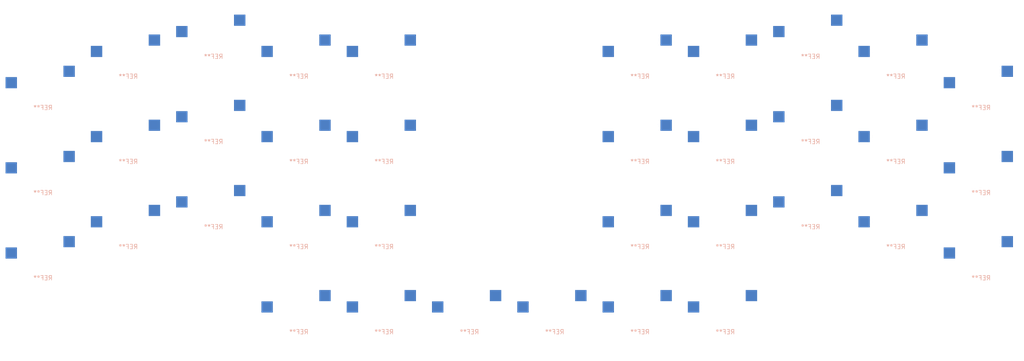
<source format=kicad_pcb>
(kicad_pcb (version 20171130) (host pcbnew 5.1.6-c6e7f7d~86~ubuntu19.10.1)

  (general
    (thickness 1.6)
    (drawings 0)
    (tracks 0)
    (zones 0)
    (modules 36)
    (nets 1)
  )

  (page USLetter)
  (layers
    (0 F.Cu signal)
    (31 B.Cu signal hide)
    (32 B.Adhes user hide)
    (33 F.Adhes user hide)
    (34 B.Paste user hide)
    (35 F.Paste user hide)
    (36 B.SilkS user hide)
    (37 F.SilkS user hide)
    (38 B.Mask user hide)
    (39 F.Mask user hide)
    (40 Dwgs.User user)
    (41 Cmts.User user hide)
    (42 Eco1.User user hide)
    (43 Eco2.User user hide)
    (44 Edge.Cuts user hide)
    (45 Margin user hide)
    (46 B.CrtYd user hide)
    (47 F.CrtYd user hide)
    (48 B.Fab user hide)
    (49 F.Fab user hide)
  )

  (setup
    (last_trace_width 0.25)
    (trace_clearance 0.2)
    (zone_clearance 0.508)
    (zone_45_only no)
    (trace_min 0.2)
    (via_size 0.8)
    (via_drill 0.4)
    (via_min_size 0.4)
    (via_min_drill 0.3)
    (uvia_size 0.3)
    (uvia_drill 0.1)
    (uvias_allowed no)
    (uvia_min_size 0.2)
    (uvia_min_drill 0.1)
    (edge_width 0.05)
    (segment_width 0.2)
    (pcb_text_width 0.3)
    (pcb_text_size 1.5 1.5)
    (mod_edge_width 0.12)
    (mod_text_size 1 1)
    (mod_text_width 0.15)
    (pad_size 1.524 1.524)
    (pad_drill 0.762)
    (pad_to_mask_clearance 0.05)
    (aux_axis_origin 0 0)
    (visible_elements FFFFFF7F)
    (pcbplotparams
      (layerselection 0x010fc_ffffffff)
      (usegerberextensions false)
      (usegerberattributes true)
      (usegerberadvancedattributes true)
      (creategerberjobfile true)
      (excludeedgelayer true)
      (linewidth 0.100000)
      (plotframeref false)
      (viasonmask false)
      (mode 1)
      (useauxorigin false)
      (hpglpennumber 1)
      (hpglpenspeed 20)
      (hpglpendiameter 15.000000)
      (psnegative false)
      (psa4output false)
      (plotreference true)
      (plotvalue true)
      (plotinvisibletext false)
      (padsonsilk false)
      (subtractmaskfromsilk false)
      (outputformat 1)
      (mirror false)
      (drillshape 1)
      (scaleselection 1)
      (outputdirectory ""))
  )

  (net 0 "")

  (net_class Default "This is the default net class."
    (clearance 0.2)
    (trace_width 0.25)
    (via_dia 0.8)
    (via_drill 0.4)
    (uvia_dia 0.3)
    (uvia_drill 0.1)
  )

  (module MX_Only:MXOnly-1U-Hotswap (layer F.Cu) (tedit 5BFF7B40) (tstamp 5F5560EB)
    (at 164.465 127)
    (attr smd)
    (fp_text reference REF** (at 0 3.048) (layer B.CrtYd)
      (effects (font (size 1 1) (thickness 0.15)) (justify mirror))
    )
    (fp_text value 1U (at 0 -7.9375) (layer Dwgs.User)
      (effects (font (size 1 1) (thickness 0.15)))
    )
    (fp_line (start 5 -7) (end 7 -7) (layer Dwgs.User) (width 0.15))
    (fp_line (start 7 -7) (end 7 -5) (layer Dwgs.User) (width 0.15))
    (fp_line (start 5 7) (end 7 7) (layer Dwgs.User) (width 0.15))
    (fp_line (start 7 7) (end 7 5) (layer Dwgs.User) (width 0.15))
    (fp_line (start -7 5) (end -7 7) (layer Dwgs.User) (width 0.15))
    (fp_line (start -7 7) (end -5 7) (layer Dwgs.User) (width 0.15))
    (fp_line (start -5 -7) (end -7 -7) (layer Dwgs.User) (width 0.15))
    (fp_line (start -7 -7) (end -7 -5) (layer Dwgs.User) (width 0.15))
    (fp_line (start -9.525 -9.525) (end 9.525 -9.525) (layer Dwgs.User) (width 0.15))
    (fp_line (start 9.525 -9.525) (end 9.525 9.525) (layer Dwgs.User) (width 0.15))
    (fp_line (start 9.525 9.525) (end -9.525 9.525) (layer Dwgs.User) (width 0.15))
    (fp_line (start -9.525 9.525) (end -9.525 -9.525) (layer Dwgs.User) (width 0.15))
    (fp_circle (center 2.54 -5.08) (end 2.54 -6.604) (layer B.CrtYd) (width 0.15))
    (fp_circle (center -3.81 -2.54) (end -3.81 -4.064) (layer B.CrtYd) (width 0.15))
    (fp_line (start 4.572 -6.35) (end 7.112 -6.35) (layer B.CrtYd) (width 0.15))
    (fp_line (start 7.112 -6.35) (end 7.112 -3.81) (layer B.CrtYd) (width 0.15))
    (fp_line (start 7.112 -3.81) (end 4.572 -3.81) (layer B.CrtYd) (width 0.15))
    (fp_line (start 4.572 -3.81) (end 4.572 -6.35) (layer B.CrtYd) (width 0.15))
    (fp_line (start -5.842 -3.81) (end -8.382 -3.81) (layer B.CrtYd) (width 0.15))
    (fp_line (start -8.382 -3.81) (end -8.382 -1.27) (layer B.CrtYd) (width 0.15))
    (fp_line (start -8.382 -1.27) (end -5.842 -1.27) (layer B.CrtYd) (width 0.15))
    (fp_line (start -5.842 -1.27) (end -5.842 -3.81) (layer B.CrtYd) (width 0.15))
    (fp_text user %R (at 0 3.048) (layer B.SilkS)
      (effects (font (size 1 1) (thickness 0.15)) (justify mirror))
    )
    (pad 2 smd rect (at 5.842 -5.08) (size 2.55 2.5) (layers B.Cu B.Paste B.Mask))
    (pad 1 smd rect (at -7.085 -2.54) (size 2.55 2.5) (layers B.Cu B.Paste B.Mask))
    (pad "" np_thru_hole circle (at 5.08 0 48.0996) (size 1.75 1.75) (drill 1.75) (layers *.Cu *.Mask))
    (pad "" np_thru_hole circle (at -5.08 0 48.0996) (size 1.75 1.75) (drill 1.75) (layers *.Cu *.Mask))
    (pad "" np_thru_hole circle (at -3.81 -2.54) (size 3 3) (drill 3) (layers *.Cu *.Mask))
    (pad "" np_thru_hole circle (at 0 0) (size 3.9878 3.9878) (drill 3.9878) (layers *.Cu *.Mask))
    (pad "" np_thru_hole circle (at 2.54 -5.08) (size 3 3) (drill 3) (layers *.Cu *.Mask))
  )

  (module MX_Only:MXOnly-1U-Hotswap (layer F.Cu) (tedit 5BFF7B40) (tstamp 5F5560CA)
    (at 145.415 127)
    (attr smd)
    (fp_text reference REF** (at 0 3.048) (layer B.CrtYd)
      (effects (font (size 1 1) (thickness 0.15)) (justify mirror))
    )
    (fp_text value 1U (at 0 -7.9375) (layer Dwgs.User)
      (effects (font (size 1 1) (thickness 0.15)))
    )
    (fp_line (start 5 -7) (end 7 -7) (layer Dwgs.User) (width 0.15))
    (fp_line (start 7 -7) (end 7 -5) (layer Dwgs.User) (width 0.15))
    (fp_line (start 5 7) (end 7 7) (layer Dwgs.User) (width 0.15))
    (fp_line (start 7 7) (end 7 5) (layer Dwgs.User) (width 0.15))
    (fp_line (start -7 5) (end -7 7) (layer Dwgs.User) (width 0.15))
    (fp_line (start -7 7) (end -5 7) (layer Dwgs.User) (width 0.15))
    (fp_line (start -5 -7) (end -7 -7) (layer Dwgs.User) (width 0.15))
    (fp_line (start -7 -7) (end -7 -5) (layer Dwgs.User) (width 0.15))
    (fp_line (start -9.525 -9.525) (end 9.525 -9.525) (layer Dwgs.User) (width 0.15))
    (fp_line (start 9.525 -9.525) (end 9.525 9.525) (layer Dwgs.User) (width 0.15))
    (fp_line (start 9.525 9.525) (end -9.525 9.525) (layer Dwgs.User) (width 0.15))
    (fp_line (start -9.525 9.525) (end -9.525 -9.525) (layer Dwgs.User) (width 0.15))
    (fp_circle (center 2.54 -5.08) (end 2.54 -6.604) (layer B.CrtYd) (width 0.15))
    (fp_circle (center -3.81 -2.54) (end -3.81 -4.064) (layer B.CrtYd) (width 0.15))
    (fp_line (start 4.572 -6.35) (end 7.112 -6.35) (layer B.CrtYd) (width 0.15))
    (fp_line (start 7.112 -6.35) (end 7.112 -3.81) (layer B.CrtYd) (width 0.15))
    (fp_line (start 7.112 -3.81) (end 4.572 -3.81) (layer B.CrtYd) (width 0.15))
    (fp_line (start 4.572 -3.81) (end 4.572 -6.35) (layer B.CrtYd) (width 0.15))
    (fp_line (start -5.842 -3.81) (end -8.382 -3.81) (layer B.CrtYd) (width 0.15))
    (fp_line (start -8.382 -3.81) (end -8.382 -1.27) (layer B.CrtYd) (width 0.15))
    (fp_line (start -8.382 -1.27) (end -5.842 -1.27) (layer B.CrtYd) (width 0.15))
    (fp_line (start -5.842 -1.27) (end -5.842 -3.81) (layer B.CrtYd) (width 0.15))
    (fp_text user %R (at 0 3.048) (layer B.SilkS)
      (effects (font (size 1 1) (thickness 0.15)) (justify mirror))
    )
    (pad 2 smd rect (at 5.842 -5.08) (size 2.55 2.5) (layers B.Cu B.Paste B.Mask))
    (pad 1 smd rect (at -7.085 -2.54) (size 2.55 2.5) (layers B.Cu B.Paste B.Mask))
    (pad "" np_thru_hole circle (at 5.08 0 48.0996) (size 1.75 1.75) (drill 1.75) (layers *.Cu *.Mask))
    (pad "" np_thru_hole circle (at -5.08 0 48.0996) (size 1.75 1.75) (drill 1.75) (layers *.Cu *.Mask))
    (pad "" np_thru_hole circle (at -3.81 -2.54) (size 3 3) (drill 3) (layers *.Cu *.Mask))
    (pad "" np_thru_hole circle (at 0 0) (size 3.9878 3.9878) (drill 3.9878) (layers *.Cu *.Mask))
    (pad "" np_thru_hole circle (at 2.54 -5.08) (size 3 3) (drill 3) (layers *.Cu *.Mask))
  )

  (module MX_Only:MXOnly-1U-Hotswap (layer F.Cu) (tedit 5BFF7B40) (tstamp 5F5560A9)
    (at 183.515 127)
    (attr smd)
    (fp_text reference REF** (at 0 3.048) (layer B.CrtYd)
      (effects (font (size 1 1) (thickness 0.15)) (justify mirror))
    )
    (fp_text value 1U (at 0 -7.9375) (layer Dwgs.User)
      (effects (font (size 1 1) (thickness 0.15)))
    )
    (fp_line (start 5 -7) (end 7 -7) (layer Dwgs.User) (width 0.15))
    (fp_line (start 7 -7) (end 7 -5) (layer Dwgs.User) (width 0.15))
    (fp_line (start 5 7) (end 7 7) (layer Dwgs.User) (width 0.15))
    (fp_line (start 7 7) (end 7 5) (layer Dwgs.User) (width 0.15))
    (fp_line (start -7 5) (end -7 7) (layer Dwgs.User) (width 0.15))
    (fp_line (start -7 7) (end -5 7) (layer Dwgs.User) (width 0.15))
    (fp_line (start -5 -7) (end -7 -7) (layer Dwgs.User) (width 0.15))
    (fp_line (start -7 -7) (end -7 -5) (layer Dwgs.User) (width 0.15))
    (fp_line (start -9.525 -9.525) (end 9.525 -9.525) (layer Dwgs.User) (width 0.15))
    (fp_line (start 9.525 -9.525) (end 9.525 9.525) (layer Dwgs.User) (width 0.15))
    (fp_line (start 9.525 9.525) (end -9.525 9.525) (layer Dwgs.User) (width 0.15))
    (fp_line (start -9.525 9.525) (end -9.525 -9.525) (layer Dwgs.User) (width 0.15))
    (fp_circle (center 2.54 -5.08) (end 2.54 -6.604) (layer B.CrtYd) (width 0.15))
    (fp_circle (center -3.81 -2.54) (end -3.81 -4.064) (layer B.CrtYd) (width 0.15))
    (fp_line (start 4.572 -6.35) (end 7.112 -6.35) (layer B.CrtYd) (width 0.15))
    (fp_line (start 7.112 -6.35) (end 7.112 -3.81) (layer B.CrtYd) (width 0.15))
    (fp_line (start 7.112 -3.81) (end 4.572 -3.81) (layer B.CrtYd) (width 0.15))
    (fp_line (start 4.572 -3.81) (end 4.572 -6.35) (layer B.CrtYd) (width 0.15))
    (fp_line (start -5.842 -3.81) (end -8.382 -3.81) (layer B.CrtYd) (width 0.15))
    (fp_line (start -8.382 -3.81) (end -8.382 -1.27) (layer B.CrtYd) (width 0.15))
    (fp_line (start -8.382 -1.27) (end -5.842 -1.27) (layer B.CrtYd) (width 0.15))
    (fp_line (start -5.842 -1.27) (end -5.842 -3.81) (layer B.CrtYd) (width 0.15))
    (fp_text user %R (at 0 3.048) (layer B.SilkS)
      (effects (font (size 1 1) (thickness 0.15)) (justify mirror))
    )
    (pad 2 smd rect (at 5.842 -5.08) (size 2.55 2.5) (layers B.Cu B.Paste B.Mask))
    (pad 1 smd rect (at -7.085 -2.54) (size 2.55 2.5) (layers B.Cu B.Paste B.Mask))
    (pad "" np_thru_hole circle (at 5.08 0 48.0996) (size 1.75 1.75) (drill 1.75) (layers *.Cu *.Mask))
    (pad "" np_thru_hole circle (at -5.08 0 48.0996) (size 1.75 1.75) (drill 1.75) (layers *.Cu *.Mask))
    (pad "" np_thru_hole circle (at -3.81 -2.54) (size 3 3) (drill 3) (layers *.Cu *.Mask))
    (pad "" np_thru_hole circle (at 0 0) (size 3.9878 3.9878) (drill 3.9878) (layers *.Cu *.Mask))
    (pad "" np_thru_hole circle (at 2.54 -5.08) (size 3 3) (drill 3) (layers *.Cu *.Mask))
  )

  (module MX_Only:MXOnly-1U-Hotswap (layer F.Cu) (tedit 5BFF7B40) (tstamp 5F555FD8)
    (at 126.365 127)
    (attr smd)
    (fp_text reference REF** (at 0 3.048) (layer B.CrtYd)
      (effects (font (size 1 1) (thickness 0.15)) (justify mirror))
    )
    (fp_text value 1U (at 0 -7.9375) (layer Dwgs.User)
      (effects (font (size 1 1) (thickness 0.15)))
    )
    (fp_line (start 5 -7) (end 7 -7) (layer Dwgs.User) (width 0.15))
    (fp_line (start 7 -7) (end 7 -5) (layer Dwgs.User) (width 0.15))
    (fp_line (start 5 7) (end 7 7) (layer Dwgs.User) (width 0.15))
    (fp_line (start 7 7) (end 7 5) (layer Dwgs.User) (width 0.15))
    (fp_line (start -7 5) (end -7 7) (layer Dwgs.User) (width 0.15))
    (fp_line (start -7 7) (end -5 7) (layer Dwgs.User) (width 0.15))
    (fp_line (start -5 -7) (end -7 -7) (layer Dwgs.User) (width 0.15))
    (fp_line (start -7 -7) (end -7 -5) (layer Dwgs.User) (width 0.15))
    (fp_line (start -9.525 -9.525) (end 9.525 -9.525) (layer Dwgs.User) (width 0.15))
    (fp_line (start 9.525 -9.525) (end 9.525 9.525) (layer Dwgs.User) (width 0.15))
    (fp_line (start 9.525 9.525) (end -9.525 9.525) (layer Dwgs.User) (width 0.15))
    (fp_line (start -9.525 9.525) (end -9.525 -9.525) (layer Dwgs.User) (width 0.15))
    (fp_circle (center 2.54 -5.08) (end 2.54 -6.604) (layer B.CrtYd) (width 0.15))
    (fp_circle (center -3.81 -2.54) (end -3.81 -4.064) (layer B.CrtYd) (width 0.15))
    (fp_line (start 4.572 -6.35) (end 7.112 -6.35) (layer B.CrtYd) (width 0.15))
    (fp_line (start 7.112 -6.35) (end 7.112 -3.81) (layer B.CrtYd) (width 0.15))
    (fp_line (start 7.112 -3.81) (end 4.572 -3.81) (layer B.CrtYd) (width 0.15))
    (fp_line (start 4.572 -3.81) (end 4.572 -6.35) (layer B.CrtYd) (width 0.15))
    (fp_line (start -5.842 -3.81) (end -8.382 -3.81) (layer B.CrtYd) (width 0.15))
    (fp_line (start -8.382 -3.81) (end -8.382 -1.27) (layer B.CrtYd) (width 0.15))
    (fp_line (start -8.382 -1.27) (end -5.842 -1.27) (layer B.CrtYd) (width 0.15))
    (fp_line (start -5.842 -1.27) (end -5.842 -3.81) (layer B.CrtYd) (width 0.15))
    (fp_text user %R (at 0 3.048) (layer B.SilkS)
      (effects (font (size 1 1) (thickness 0.15)) (justify mirror))
    )
    (pad "" np_thru_hole circle (at 2.54 -5.08) (size 3 3) (drill 3) (layers *.Cu *.Mask))
    (pad "" np_thru_hole circle (at 0 0) (size 3.9878 3.9878) (drill 3.9878) (layers *.Cu *.Mask))
    (pad "" np_thru_hole circle (at -3.81 -2.54) (size 3 3) (drill 3) (layers *.Cu *.Mask))
    (pad "" np_thru_hole circle (at -5.08 0 48.0996) (size 1.75 1.75) (drill 1.75) (layers *.Cu *.Mask))
    (pad "" np_thru_hole circle (at 5.08 0 48.0996) (size 1.75 1.75) (drill 1.75) (layers *.Cu *.Mask))
    (pad 1 smd rect (at -7.085 -2.54) (size 2.55 2.5) (layers B.Cu B.Paste B.Mask))
    (pad 2 smd rect (at 5.842 -5.08) (size 2.55 2.5) (layers B.Cu B.Paste B.Mask))
  )

  (module MX_Only:MXOnly-1U-Hotswap (layer F.Cu) (tedit 5BFF7B40) (tstamp 5F555FD8)
    (at 107.315 127)
    (attr smd)
    (fp_text reference REF** (at 0 3.048) (layer B.CrtYd)
      (effects (font (size 1 1) (thickness 0.15)) (justify mirror))
    )
    (fp_text value 1U (at 0 -7.9375) (layer Dwgs.User)
      (effects (font (size 1 1) (thickness 0.15)))
    )
    (fp_line (start 5 -7) (end 7 -7) (layer Dwgs.User) (width 0.15))
    (fp_line (start 7 -7) (end 7 -5) (layer Dwgs.User) (width 0.15))
    (fp_line (start 5 7) (end 7 7) (layer Dwgs.User) (width 0.15))
    (fp_line (start 7 7) (end 7 5) (layer Dwgs.User) (width 0.15))
    (fp_line (start -7 5) (end -7 7) (layer Dwgs.User) (width 0.15))
    (fp_line (start -7 7) (end -5 7) (layer Dwgs.User) (width 0.15))
    (fp_line (start -5 -7) (end -7 -7) (layer Dwgs.User) (width 0.15))
    (fp_line (start -7 -7) (end -7 -5) (layer Dwgs.User) (width 0.15))
    (fp_line (start -9.525 -9.525) (end 9.525 -9.525) (layer Dwgs.User) (width 0.15))
    (fp_line (start 9.525 -9.525) (end 9.525 9.525) (layer Dwgs.User) (width 0.15))
    (fp_line (start 9.525 9.525) (end -9.525 9.525) (layer Dwgs.User) (width 0.15))
    (fp_line (start -9.525 9.525) (end -9.525 -9.525) (layer Dwgs.User) (width 0.15))
    (fp_circle (center 2.54 -5.08) (end 2.54 -6.604) (layer B.CrtYd) (width 0.15))
    (fp_circle (center -3.81 -2.54) (end -3.81 -4.064) (layer B.CrtYd) (width 0.15))
    (fp_line (start 4.572 -6.35) (end 7.112 -6.35) (layer B.CrtYd) (width 0.15))
    (fp_line (start 7.112 -6.35) (end 7.112 -3.81) (layer B.CrtYd) (width 0.15))
    (fp_line (start 7.112 -3.81) (end 4.572 -3.81) (layer B.CrtYd) (width 0.15))
    (fp_line (start 4.572 -3.81) (end 4.572 -6.35) (layer B.CrtYd) (width 0.15))
    (fp_line (start -5.842 -3.81) (end -8.382 -3.81) (layer B.CrtYd) (width 0.15))
    (fp_line (start -8.382 -3.81) (end -8.382 -1.27) (layer B.CrtYd) (width 0.15))
    (fp_line (start -8.382 -1.27) (end -5.842 -1.27) (layer B.CrtYd) (width 0.15))
    (fp_line (start -5.842 -1.27) (end -5.842 -3.81) (layer B.CrtYd) (width 0.15))
    (fp_text user %R (at 0 3.048) (layer B.SilkS)
      (effects (font (size 1 1) (thickness 0.15)) (justify mirror))
    )
    (pad "" np_thru_hole circle (at 2.54 -5.08) (size 3 3) (drill 3) (layers *.Cu *.Mask))
    (pad "" np_thru_hole circle (at 0 0) (size 3.9878 3.9878) (drill 3.9878) (layers *.Cu *.Mask))
    (pad "" np_thru_hole circle (at -3.81 -2.54) (size 3 3) (drill 3) (layers *.Cu *.Mask))
    (pad "" np_thru_hole circle (at -5.08 0 48.0996) (size 1.75 1.75) (drill 1.75) (layers *.Cu *.Mask))
    (pad "" np_thru_hole circle (at 5.08 0 48.0996) (size 1.75 1.75) (drill 1.75) (layers *.Cu *.Mask))
    (pad 1 smd rect (at -7.085 -2.54) (size 2.55 2.5) (layers B.Cu B.Paste B.Mask))
    (pad 2 smd rect (at 5.842 -5.08) (size 2.55 2.5) (layers B.Cu B.Paste B.Mask))
  )

  (module MX_Only:MXOnly-1U-Hotswap (layer F.Cu) (tedit 5BFF7B40) (tstamp 5F555FD8)
    (at 88.265 127)
    (attr smd)
    (fp_text reference REF** (at 0 3.048) (layer B.CrtYd)
      (effects (font (size 1 1) (thickness 0.15)) (justify mirror))
    )
    (fp_text value 1U (at 0 -7.9375) (layer Dwgs.User)
      (effects (font (size 1 1) (thickness 0.15)))
    )
    (fp_line (start 5 -7) (end 7 -7) (layer Dwgs.User) (width 0.15))
    (fp_line (start 7 -7) (end 7 -5) (layer Dwgs.User) (width 0.15))
    (fp_line (start 5 7) (end 7 7) (layer Dwgs.User) (width 0.15))
    (fp_line (start 7 7) (end 7 5) (layer Dwgs.User) (width 0.15))
    (fp_line (start -7 5) (end -7 7) (layer Dwgs.User) (width 0.15))
    (fp_line (start -7 7) (end -5 7) (layer Dwgs.User) (width 0.15))
    (fp_line (start -5 -7) (end -7 -7) (layer Dwgs.User) (width 0.15))
    (fp_line (start -7 -7) (end -7 -5) (layer Dwgs.User) (width 0.15))
    (fp_line (start -9.525 -9.525) (end 9.525 -9.525) (layer Dwgs.User) (width 0.15))
    (fp_line (start 9.525 -9.525) (end 9.525 9.525) (layer Dwgs.User) (width 0.15))
    (fp_line (start 9.525 9.525) (end -9.525 9.525) (layer Dwgs.User) (width 0.15))
    (fp_line (start -9.525 9.525) (end -9.525 -9.525) (layer Dwgs.User) (width 0.15))
    (fp_circle (center 2.54 -5.08) (end 2.54 -6.604) (layer B.CrtYd) (width 0.15))
    (fp_circle (center -3.81 -2.54) (end -3.81 -4.064) (layer B.CrtYd) (width 0.15))
    (fp_line (start 4.572 -6.35) (end 7.112 -6.35) (layer B.CrtYd) (width 0.15))
    (fp_line (start 7.112 -6.35) (end 7.112 -3.81) (layer B.CrtYd) (width 0.15))
    (fp_line (start 7.112 -3.81) (end 4.572 -3.81) (layer B.CrtYd) (width 0.15))
    (fp_line (start 4.572 -3.81) (end 4.572 -6.35) (layer B.CrtYd) (width 0.15))
    (fp_line (start -5.842 -3.81) (end -8.382 -3.81) (layer B.CrtYd) (width 0.15))
    (fp_line (start -8.382 -3.81) (end -8.382 -1.27) (layer B.CrtYd) (width 0.15))
    (fp_line (start -8.382 -1.27) (end -5.842 -1.27) (layer B.CrtYd) (width 0.15))
    (fp_line (start -5.842 -1.27) (end -5.842 -3.81) (layer B.CrtYd) (width 0.15))
    (fp_text user %R (at 0 3.048) (layer B.SilkS)
      (effects (font (size 1 1) (thickness 0.15)) (justify mirror))
    )
    (pad "" np_thru_hole circle (at 2.54 -5.08) (size 3 3) (drill 3) (layers *.Cu *.Mask))
    (pad "" np_thru_hole circle (at 0 0) (size 3.9878 3.9878) (drill 3.9878) (layers *.Cu *.Mask))
    (pad "" np_thru_hole circle (at -3.81 -2.54) (size 3 3) (drill 3) (layers *.Cu *.Mask))
    (pad "" np_thru_hole circle (at -5.08 0 48.0996) (size 1.75 1.75) (drill 1.75) (layers *.Cu *.Mask))
    (pad "" np_thru_hole circle (at 5.08 0 48.0996) (size 1.75 1.75) (drill 1.75) (layers *.Cu *.Mask))
    (pad 1 smd rect (at -7.085 -2.54) (size 2.55 2.5) (layers B.Cu B.Paste B.Mask))
    (pad 2 smd rect (at 5.842 -5.08) (size 2.55 2.5) (layers B.Cu B.Paste B.Mask))
  )

  (module MX_Only:MXOnly-1U-Hotswap (layer F.Cu) (tedit 5BFF7B40) (tstamp 5F042BCA)
    (at 240.665 114.935)
    (attr smd)
    (fp_text reference REF** (at 0 3.048) (layer B.CrtYd)
      (effects (font (size 1 1) (thickness 0.15)) (justify mirror))
    )
    (fp_text value 1U (at 0 -7.9375) (layer Dwgs.User)
      (effects (font (size 1 1) (thickness 0.15)))
    )
    (fp_text user %R (at 0 3.048) (layer B.SilkS)
      (effects (font (size 1 1) (thickness 0.15)) (justify mirror))
    )
    (fp_line (start -5.842 -1.27) (end -5.842 -3.81) (layer B.CrtYd) (width 0.15))
    (fp_line (start -8.382 -1.27) (end -5.842 -1.27) (layer B.CrtYd) (width 0.15))
    (fp_line (start -8.382 -3.81) (end -8.382 -1.27) (layer B.CrtYd) (width 0.15))
    (fp_line (start -5.842 -3.81) (end -8.382 -3.81) (layer B.CrtYd) (width 0.15))
    (fp_line (start 4.572 -3.81) (end 4.572 -6.35) (layer B.CrtYd) (width 0.15))
    (fp_line (start 7.112 -3.81) (end 4.572 -3.81) (layer B.CrtYd) (width 0.15))
    (fp_line (start 7.112 -6.35) (end 7.112 -3.81) (layer B.CrtYd) (width 0.15))
    (fp_line (start 4.572 -6.35) (end 7.112 -6.35) (layer B.CrtYd) (width 0.15))
    (fp_circle (center -3.81 -2.54) (end -3.81 -4.064) (layer B.CrtYd) (width 0.15))
    (fp_circle (center 2.54 -5.08) (end 2.54 -6.604) (layer B.CrtYd) (width 0.15))
    (fp_line (start -9.525 9.525) (end -9.525 -9.525) (layer Dwgs.User) (width 0.15))
    (fp_line (start 9.525 9.525) (end -9.525 9.525) (layer Dwgs.User) (width 0.15))
    (fp_line (start 9.525 -9.525) (end 9.525 9.525) (layer Dwgs.User) (width 0.15))
    (fp_line (start -9.525 -9.525) (end 9.525 -9.525) (layer Dwgs.User) (width 0.15))
    (fp_line (start -7 -7) (end -7 -5) (layer Dwgs.User) (width 0.15))
    (fp_line (start -5 -7) (end -7 -7) (layer Dwgs.User) (width 0.15))
    (fp_line (start -7 7) (end -5 7) (layer Dwgs.User) (width 0.15))
    (fp_line (start -7 5) (end -7 7) (layer Dwgs.User) (width 0.15))
    (fp_line (start 7 7) (end 7 5) (layer Dwgs.User) (width 0.15))
    (fp_line (start 5 7) (end 7 7) (layer Dwgs.User) (width 0.15))
    (fp_line (start 7 -7) (end 7 -5) (layer Dwgs.User) (width 0.15))
    (fp_line (start 5 -7) (end 7 -7) (layer Dwgs.User) (width 0.15))
    (pad 2 smd rect (at 5.842 -5.08) (size 2.55 2.5) (layers B.Cu B.Paste B.Mask))
    (pad 1 smd rect (at -7.085 -2.54) (size 2.55 2.5) (layers B.Cu B.Paste B.Mask))
    (pad "" np_thru_hole circle (at 5.08 0 48.0996) (size 1.75 1.75) (drill 1.75) (layers *.Cu *.Mask))
    (pad "" np_thru_hole circle (at -5.08 0 48.0996) (size 1.75 1.75) (drill 1.75) (layers *.Cu *.Mask))
    (pad "" np_thru_hole circle (at -3.81 -2.54) (size 3 3) (drill 3) (layers *.Cu *.Mask))
    (pad "" np_thru_hole circle (at 0 0) (size 3.9878 3.9878) (drill 3.9878) (layers *.Cu *.Mask))
    (pad "" np_thru_hole circle (at 2.54 -5.08) (size 3 3) (drill 3) (layers *.Cu *.Mask))
  )

  (module MX_Only:MXOnly-1U-Hotswap (layer F.Cu) (tedit 5BFF7B40) (tstamp 5F042B88)
    (at 221.615 107.95)
    (attr smd)
    (fp_text reference REF** (at 0 3.048) (layer B.CrtYd)
      (effects (font (size 1 1) (thickness 0.15)) (justify mirror))
    )
    (fp_text value 1U (at 0 -7.9375) (layer Dwgs.User)
      (effects (font (size 1 1) (thickness 0.15)))
    )
    (fp_text user %R (at 0 3.048) (layer B.SilkS)
      (effects (font (size 1 1) (thickness 0.15)) (justify mirror))
    )
    (fp_line (start -5.842 -1.27) (end -5.842 -3.81) (layer B.CrtYd) (width 0.15))
    (fp_line (start -8.382 -1.27) (end -5.842 -1.27) (layer B.CrtYd) (width 0.15))
    (fp_line (start -8.382 -3.81) (end -8.382 -1.27) (layer B.CrtYd) (width 0.15))
    (fp_line (start -5.842 -3.81) (end -8.382 -3.81) (layer B.CrtYd) (width 0.15))
    (fp_line (start 4.572 -3.81) (end 4.572 -6.35) (layer B.CrtYd) (width 0.15))
    (fp_line (start 7.112 -3.81) (end 4.572 -3.81) (layer B.CrtYd) (width 0.15))
    (fp_line (start 7.112 -6.35) (end 7.112 -3.81) (layer B.CrtYd) (width 0.15))
    (fp_line (start 4.572 -6.35) (end 7.112 -6.35) (layer B.CrtYd) (width 0.15))
    (fp_circle (center -3.81 -2.54) (end -3.81 -4.064) (layer B.CrtYd) (width 0.15))
    (fp_circle (center 2.54 -5.08) (end 2.54 -6.604) (layer B.CrtYd) (width 0.15))
    (fp_line (start -9.525 9.525) (end -9.525 -9.525) (layer Dwgs.User) (width 0.15))
    (fp_line (start 9.525 9.525) (end -9.525 9.525) (layer Dwgs.User) (width 0.15))
    (fp_line (start 9.525 -9.525) (end 9.525 9.525) (layer Dwgs.User) (width 0.15))
    (fp_line (start -9.525 -9.525) (end 9.525 -9.525) (layer Dwgs.User) (width 0.15))
    (fp_line (start -7 -7) (end -7 -5) (layer Dwgs.User) (width 0.15))
    (fp_line (start -5 -7) (end -7 -7) (layer Dwgs.User) (width 0.15))
    (fp_line (start -7 7) (end -5 7) (layer Dwgs.User) (width 0.15))
    (fp_line (start -7 5) (end -7 7) (layer Dwgs.User) (width 0.15))
    (fp_line (start 7 7) (end 7 5) (layer Dwgs.User) (width 0.15))
    (fp_line (start 5 7) (end 7 7) (layer Dwgs.User) (width 0.15))
    (fp_line (start 7 -7) (end 7 -5) (layer Dwgs.User) (width 0.15))
    (fp_line (start 5 -7) (end 7 -7) (layer Dwgs.User) (width 0.15))
    (pad 2 smd rect (at 5.842 -5.08) (size 2.55 2.5) (layers B.Cu B.Paste B.Mask))
    (pad 1 smd rect (at -7.085 -2.54) (size 2.55 2.5) (layers B.Cu B.Paste B.Mask))
    (pad "" np_thru_hole circle (at 5.08 0 48.0996) (size 1.75 1.75) (drill 1.75) (layers *.Cu *.Mask))
    (pad "" np_thru_hole circle (at -5.08 0 48.0996) (size 1.75 1.75) (drill 1.75) (layers *.Cu *.Mask))
    (pad "" np_thru_hole circle (at -3.81 -2.54) (size 3 3) (drill 3) (layers *.Cu *.Mask))
    (pad "" np_thru_hole circle (at 0 0) (size 3.9878 3.9878) (drill 3.9878) (layers *.Cu *.Mask))
    (pad "" np_thru_hole circle (at 2.54 -5.08) (size 3 3) (drill 3) (layers *.Cu *.Mask))
  )

  (module MX_Only:MXOnly-1U-Hotswap (layer F.Cu) (tedit 5BFF7B40) (tstamp 5F042B46)
    (at 202.565 103.505)
    (attr smd)
    (fp_text reference REF** (at 0 3.048) (layer B.CrtYd)
      (effects (font (size 1 1) (thickness 0.15)) (justify mirror))
    )
    (fp_text value 1U (at 0 -7.9375) (layer Dwgs.User)
      (effects (font (size 1 1) (thickness 0.15)))
    )
    (fp_text user %R (at 0 3.048) (layer B.SilkS)
      (effects (font (size 1 1) (thickness 0.15)) (justify mirror))
    )
    (fp_line (start -5.842 -1.27) (end -5.842 -3.81) (layer B.CrtYd) (width 0.15))
    (fp_line (start -8.382 -1.27) (end -5.842 -1.27) (layer B.CrtYd) (width 0.15))
    (fp_line (start -8.382 -3.81) (end -8.382 -1.27) (layer B.CrtYd) (width 0.15))
    (fp_line (start -5.842 -3.81) (end -8.382 -3.81) (layer B.CrtYd) (width 0.15))
    (fp_line (start 4.572 -3.81) (end 4.572 -6.35) (layer B.CrtYd) (width 0.15))
    (fp_line (start 7.112 -3.81) (end 4.572 -3.81) (layer B.CrtYd) (width 0.15))
    (fp_line (start 7.112 -6.35) (end 7.112 -3.81) (layer B.CrtYd) (width 0.15))
    (fp_line (start 4.572 -6.35) (end 7.112 -6.35) (layer B.CrtYd) (width 0.15))
    (fp_circle (center -3.81 -2.54) (end -3.81 -4.064) (layer B.CrtYd) (width 0.15))
    (fp_circle (center 2.54 -5.08) (end 2.54 -6.604) (layer B.CrtYd) (width 0.15))
    (fp_line (start -9.525 9.525) (end -9.525 -9.525) (layer Dwgs.User) (width 0.15))
    (fp_line (start 9.525 9.525) (end -9.525 9.525) (layer Dwgs.User) (width 0.15))
    (fp_line (start 9.525 -9.525) (end 9.525 9.525) (layer Dwgs.User) (width 0.15))
    (fp_line (start -9.525 -9.525) (end 9.525 -9.525) (layer Dwgs.User) (width 0.15))
    (fp_line (start -7 -7) (end -7 -5) (layer Dwgs.User) (width 0.15))
    (fp_line (start -5 -7) (end -7 -7) (layer Dwgs.User) (width 0.15))
    (fp_line (start -7 7) (end -5 7) (layer Dwgs.User) (width 0.15))
    (fp_line (start -7 5) (end -7 7) (layer Dwgs.User) (width 0.15))
    (fp_line (start 7 7) (end 7 5) (layer Dwgs.User) (width 0.15))
    (fp_line (start 5 7) (end 7 7) (layer Dwgs.User) (width 0.15))
    (fp_line (start 7 -7) (end 7 -5) (layer Dwgs.User) (width 0.15))
    (fp_line (start 5 -7) (end 7 -7) (layer Dwgs.User) (width 0.15))
    (pad 2 smd rect (at 5.842 -5.08) (size 2.55 2.5) (layers B.Cu B.Paste B.Mask))
    (pad 1 smd rect (at -7.085 -2.54) (size 2.55 2.5) (layers B.Cu B.Paste B.Mask))
    (pad "" np_thru_hole circle (at 5.08 0 48.0996) (size 1.75 1.75) (drill 1.75) (layers *.Cu *.Mask))
    (pad "" np_thru_hole circle (at -5.08 0 48.0996) (size 1.75 1.75) (drill 1.75) (layers *.Cu *.Mask))
    (pad "" np_thru_hole circle (at -3.81 -2.54) (size 3 3) (drill 3) (layers *.Cu *.Mask))
    (pad "" np_thru_hole circle (at 0 0) (size 3.9878 3.9878) (drill 3.9878) (layers *.Cu *.Mask))
    (pad "" np_thru_hole circle (at 2.54 -5.08) (size 3 3) (drill 3) (layers *.Cu *.Mask))
  )

  (module MX_Only:MXOnly-1U-Hotswap (layer F.Cu) (tedit 5BFF7B40) (tstamp 5F042B04)
    (at 183.515 107.95)
    (attr smd)
    (fp_text reference REF** (at 0 3.048) (layer B.CrtYd)
      (effects (font (size 1 1) (thickness 0.15)) (justify mirror))
    )
    (fp_text value 1U (at 0 -7.9375) (layer Dwgs.User)
      (effects (font (size 1 1) (thickness 0.15)))
    )
    (fp_text user %R (at 0 3.048) (layer B.SilkS)
      (effects (font (size 1 1) (thickness 0.15)) (justify mirror))
    )
    (fp_line (start -5.842 -1.27) (end -5.842 -3.81) (layer B.CrtYd) (width 0.15))
    (fp_line (start -8.382 -1.27) (end -5.842 -1.27) (layer B.CrtYd) (width 0.15))
    (fp_line (start -8.382 -3.81) (end -8.382 -1.27) (layer B.CrtYd) (width 0.15))
    (fp_line (start -5.842 -3.81) (end -8.382 -3.81) (layer B.CrtYd) (width 0.15))
    (fp_line (start 4.572 -3.81) (end 4.572 -6.35) (layer B.CrtYd) (width 0.15))
    (fp_line (start 7.112 -3.81) (end 4.572 -3.81) (layer B.CrtYd) (width 0.15))
    (fp_line (start 7.112 -6.35) (end 7.112 -3.81) (layer B.CrtYd) (width 0.15))
    (fp_line (start 4.572 -6.35) (end 7.112 -6.35) (layer B.CrtYd) (width 0.15))
    (fp_circle (center -3.81 -2.54) (end -3.81 -4.064) (layer B.CrtYd) (width 0.15))
    (fp_circle (center 2.54 -5.08) (end 2.54 -6.604) (layer B.CrtYd) (width 0.15))
    (fp_line (start -9.525 9.525) (end -9.525 -9.525) (layer Dwgs.User) (width 0.15))
    (fp_line (start 9.525 9.525) (end -9.525 9.525) (layer Dwgs.User) (width 0.15))
    (fp_line (start 9.525 -9.525) (end 9.525 9.525) (layer Dwgs.User) (width 0.15))
    (fp_line (start -9.525 -9.525) (end 9.525 -9.525) (layer Dwgs.User) (width 0.15))
    (fp_line (start -7 -7) (end -7 -5) (layer Dwgs.User) (width 0.15))
    (fp_line (start -5 -7) (end -7 -7) (layer Dwgs.User) (width 0.15))
    (fp_line (start -7 7) (end -5 7) (layer Dwgs.User) (width 0.15))
    (fp_line (start -7 5) (end -7 7) (layer Dwgs.User) (width 0.15))
    (fp_line (start 7 7) (end 7 5) (layer Dwgs.User) (width 0.15))
    (fp_line (start 5 7) (end 7 7) (layer Dwgs.User) (width 0.15))
    (fp_line (start 7 -7) (end 7 -5) (layer Dwgs.User) (width 0.15))
    (fp_line (start 5 -7) (end 7 -7) (layer Dwgs.User) (width 0.15))
    (pad 2 smd rect (at 5.842 -5.08) (size 2.55 2.5) (layers B.Cu B.Paste B.Mask))
    (pad 1 smd rect (at -7.085 -2.54) (size 2.55 2.5) (layers B.Cu B.Paste B.Mask))
    (pad "" np_thru_hole circle (at 5.08 0 48.0996) (size 1.75 1.75) (drill 1.75) (layers *.Cu *.Mask))
    (pad "" np_thru_hole circle (at -5.08 0 48.0996) (size 1.75 1.75) (drill 1.75) (layers *.Cu *.Mask))
    (pad "" np_thru_hole circle (at -3.81 -2.54) (size 3 3) (drill 3) (layers *.Cu *.Mask))
    (pad "" np_thru_hole circle (at 0 0) (size 3.9878 3.9878) (drill 3.9878) (layers *.Cu *.Mask))
    (pad "" np_thru_hole circle (at 2.54 -5.08) (size 3 3) (drill 3) (layers *.Cu *.Mask))
  )

  (module MX_Only:MXOnly-1U-Hotswap (layer F.Cu) (tedit 5BFF7B40) (tstamp 5F042AC2)
    (at 164.465 107.95)
    (attr smd)
    (fp_text reference REF** (at 0 3.048) (layer B.CrtYd)
      (effects (font (size 1 1) (thickness 0.15)) (justify mirror))
    )
    (fp_text value 1U (at 0 -7.9375) (layer Dwgs.User)
      (effects (font (size 1 1) (thickness 0.15)))
    )
    (fp_text user %R (at 0 3.048) (layer B.SilkS)
      (effects (font (size 1 1) (thickness 0.15)) (justify mirror))
    )
    (fp_line (start -5.842 -1.27) (end -5.842 -3.81) (layer B.CrtYd) (width 0.15))
    (fp_line (start -8.382 -1.27) (end -5.842 -1.27) (layer B.CrtYd) (width 0.15))
    (fp_line (start -8.382 -3.81) (end -8.382 -1.27) (layer B.CrtYd) (width 0.15))
    (fp_line (start -5.842 -3.81) (end -8.382 -3.81) (layer B.CrtYd) (width 0.15))
    (fp_line (start 4.572 -3.81) (end 4.572 -6.35) (layer B.CrtYd) (width 0.15))
    (fp_line (start 7.112 -3.81) (end 4.572 -3.81) (layer B.CrtYd) (width 0.15))
    (fp_line (start 7.112 -6.35) (end 7.112 -3.81) (layer B.CrtYd) (width 0.15))
    (fp_line (start 4.572 -6.35) (end 7.112 -6.35) (layer B.CrtYd) (width 0.15))
    (fp_circle (center -3.81 -2.54) (end -3.81 -4.064) (layer B.CrtYd) (width 0.15))
    (fp_circle (center 2.54 -5.08) (end 2.54 -6.604) (layer B.CrtYd) (width 0.15))
    (fp_line (start -9.525 9.525) (end -9.525 -9.525) (layer Dwgs.User) (width 0.15))
    (fp_line (start 9.525 9.525) (end -9.525 9.525) (layer Dwgs.User) (width 0.15))
    (fp_line (start 9.525 -9.525) (end 9.525 9.525) (layer Dwgs.User) (width 0.15))
    (fp_line (start -9.525 -9.525) (end 9.525 -9.525) (layer Dwgs.User) (width 0.15))
    (fp_line (start -7 -7) (end -7 -5) (layer Dwgs.User) (width 0.15))
    (fp_line (start -5 -7) (end -7 -7) (layer Dwgs.User) (width 0.15))
    (fp_line (start -7 7) (end -5 7) (layer Dwgs.User) (width 0.15))
    (fp_line (start -7 5) (end -7 7) (layer Dwgs.User) (width 0.15))
    (fp_line (start 7 7) (end 7 5) (layer Dwgs.User) (width 0.15))
    (fp_line (start 5 7) (end 7 7) (layer Dwgs.User) (width 0.15))
    (fp_line (start 7 -7) (end 7 -5) (layer Dwgs.User) (width 0.15))
    (fp_line (start 5 -7) (end 7 -7) (layer Dwgs.User) (width 0.15))
    (pad 2 smd rect (at 5.842 -5.08) (size 2.55 2.5) (layers B.Cu B.Paste B.Mask))
    (pad 1 smd rect (at -7.085 -2.54) (size 2.55 2.5) (layers B.Cu B.Paste B.Mask))
    (pad "" np_thru_hole circle (at 5.08 0 48.0996) (size 1.75 1.75) (drill 1.75) (layers *.Cu *.Mask))
    (pad "" np_thru_hole circle (at -5.08 0 48.0996) (size 1.75 1.75) (drill 1.75) (layers *.Cu *.Mask))
    (pad "" np_thru_hole circle (at -3.81 -2.54) (size 3 3) (drill 3) (layers *.Cu *.Mask))
    (pad "" np_thru_hole circle (at 0 0) (size 3.9878 3.9878) (drill 3.9878) (layers *.Cu *.Mask))
    (pad "" np_thru_hole circle (at 2.54 -5.08) (size 3 3) (drill 3) (layers *.Cu *.Mask))
  )

  (module MX_Only:MXOnly-1U-Hotswap (layer F.Cu) (tedit 5BFF7B40) (tstamp 5F042A80)
    (at 107.315 107.95)
    (attr smd)
    (fp_text reference REF** (at 0 3.048) (layer B.CrtYd)
      (effects (font (size 1 1) (thickness 0.15)) (justify mirror))
    )
    (fp_text value 1U (at 0 -7.9375) (layer Dwgs.User)
      (effects (font (size 1 1) (thickness 0.15)))
    )
    (fp_text user %R (at 0 3.048) (layer B.SilkS)
      (effects (font (size 1 1) (thickness 0.15)) (justify mirror))
    )
    (fp_line (start -5.842 -1.27) (end -5.842 -3.81) (layer B.CrtYd) (width 0.15))
    (fp_line (start -8.382 -1.27) (end -5.842 -1.27) (layer B.CrtYd) (width 0.15))
    (fp_line (start -8.382 -3.81) (end -8.382 -1.27) (layer B.CrtYd) (width 0.15))
    (fp_line (start -5.842 -3.81) (end -8.382 -3.81) (layer B.CrtYd) (width 0.15))
    (fp_line (start 4.572 -3.81) (end 4.572 -6.35) (layer B.CrtYd) (width 0.15))
    (fp_line (start 7.112 -3.81) (end 4.572 -3.81) (layer B.CrtYd) (width 0.15))
    (fp_line (start 7.112 -6.35) (end 7.112 -3.81) (layer B.CrtYd) (width 0.15))
    (fp_line (start 4.572 -6.35) (end 7.112 -6.35) (layer B.CrtYd) (width 0.15))
    (fp_circle (center -3.81 -2.54) (end -3.81 -4.064) (layer B.CrtYd) (width 0.15))
    (fp_circle (center 2.54 -5.08) (end 2.54 -6.604) (layer B.CrtYd) (width 0.15))
    (fp_line (start -9.525 9.525) (end -9.525 -9.525) (layer Dwgs.User) (width 0.15))
    (fp_line (start 9.525 9.525) (end -9.525 9.525) (layer Dwgs.User) (width 0.15))
    (fp_line (start 9.525 -9.525) (end 9.525 9.525) (layer Dwgs.User) (width 0.15))
    (fp_line (start -9.525 -9.525) (end 9.525 -9.525) (layer Dwgs.User) (width 0.15))
    (fp_line (start -7 -7) (end -7 -5) (layer Dwgs.User) (width 0.15))
    (fp_line (start -5 -7) (end -7 -7) (layer Dwgs.User) (width 0.15))
    (fp_line (start -7 7) (end -5 7) (layer Dwgs.User) (width 0.15))
    (fp_line (start -7 5) (end -7 7) (layer Dwgs.User) (width 0.15))
    (fp_line (start 7 7) (end 7 5) (layer Dwgs.User) (width 0.15))
    (fp_line (start 5 7) (end 7 7) (layer Dwgs.User) (width 0.15))
    (fp_line (start 7 -7) (end 7 -5) (layer Dwgs.User) (width 0.15))
    (fp_line (start 5 -7) (end 7 -7) (layer Dwgs.User) (width 0.15))
    (pad 2 smd rect (at 5.842 -5.08) (size 2.55 2.5) (layers B.Cu B.Paste B.Mask))
    (pad 1 smd rect (at -7.085 -2.54) (size 2.55 2.5) (layers B.Cu B.Paste B.Mask))
    (pad "" np_thru_hole circle (at 5.08 0 48.0996) (size 1.75 1.75) (drill 1.75) (layers *.Cu *.Mask))
    (pad "" np_thru_hole circle (at -5.08 0 48.0996) (size 1.75 1.75) (drill 1.75) (layers *.Cu *.Mask))
    (pad "" np_thru_hole circle (at -3.81 -2.54) (size 3 3) (drill 3) (layers *.Cu *.Mask))
    (pad "" np_thru_hole circle (at 0 0) (size 3.9878 3.9878) (drill 3.9878) (layers *.Cu *.Mask))
    (pad "" np_thru_hole circle (at 2.54 -5.08) (size 3 3) (drill 3) (layers *.Cu *.Mask))
  )

  (module MX_Only:MXOnly-1U-Hotswap (layer F.Cu) (tedit 5BFF7B40) (tstamp 5F042A3E)
    (at 88.265 107.95)
    (attr smd)
    (fp_text reference REF** (at 0 3.048) (layer B.CrtYd)
      (effects (font (size 1 1) (thickness 0.15)) (justify mirror))
    )
    (fp_text value 1U (at 0 -7.9375) (layer Dwgs.User)
      (effects (font (size 1 1) (thickness 0.15)))
    )
    (fp_text user %R (at 0 3.048) (layer B.SilkS)
      (effects (font (size 1 1) (thickness 0.15)) (justify mirror))
    )
    (fp_line (start -5.842 -1.27) (end -5.842 -3.81) (layer B.CrtYd) (width 0.15))
    (fp_line (start -8.382 -1.27) (end -5.842 -1.27) (layer B.CrtYd) (width 0.15))
    (fp_line (start -8.382 -3.81) (end -8.382 -1.27) (layer B.CrtYd) (width 0.15))
    (fp_line (start -5.842 -3.81) (end -8.382 -3.81) (layer B.CrtYd) (width 0.15))
    (fp_line (start 4.572 -3.81) (end 4.572 -6.35) (layer B.CrtYd) (width 0.15))
    (fp_line (start 7.112 -3.81) (end 4.572 -3.81) (layer B.CrtYd) (width 0.15))
    (fp_line (start 7.112 -6.35) (end 7.112 -3.81) (layer B.CrtYd) (width 0.15))
    (fp_line (start 4.572 -6.35) (end 7.112 -6.35) (layer B.CrtYd) (width 0.15))
    (fp_circle (center -3.81 -2.54) (end -3.81 -4.064) (layer B.CrtYd) (width 0.15))
    (fp_circle (center 2.54 -5.08) (end 2.54 -6.604) (layer B.CrtYd) (width 0.15))
    (fp_line (start -9.525 9.525) (end -9.525 -9.525) (layer Dwgs.User) (width 0.15))
    (fp_line (start 9.525 9.525) (end -9.525 9.525) (layer Dwgs.User) (width 0.15))
    (fp_line (start 9.525 -9.525) (end 9.525 9.525) (layer Dwgs.User) (width 0.15))
    (fp_line (start -9.525 -9.525) (end 9.525 -9.525) (layer Dwgs.User) (width 0.15))
    (fp_line (start -7 -7) (end -7 -5) (layer Dwgs.User) (width 0.15))
    (fp_line (start -5 -7) (end -7 -7) (layer Dwgs.User) (width 0.15))
    (fp_line (start -7 7) (end -5 7) (layer Dwgs.User) (width 0.15))
    (fp_line (start -7 5) (end -7 7) (layer Dwgs.User) (width 0.15))
    (fp_line (start 7 7) (end 7 5) (layer Dwgs.User) (width 0.15))
    (fp_line (start 5 7) (end 7 7) (layer Dwgs.User) (width 0.15))
    (fp_line (start 7 -7) (end 7 -5) (layer Dwgs.User) (width 0.15))
    (fp_line (start 5 -7) (end 7 -7) (layer Dwgs.User) (width 0.15))
    (pad 2 smd rect (at 5.842 -5.08) (size 2.55 2.5) (layers B.Cu B.Paste B.Mask))
    (pad 1 smd rect (at -7.085 -2.54) (size 2.55 2.5) (layers B.Cu B.Paste B.Mask))
    (pad "" np_thru_hole circle (at 5.08 0 48.0996) (size 1.75 1.75) (drill 1.75) (layers *.Cu *.Mask))
    (pad "" np_thru_hole circle (at -5.08 0 48.0996) (size 1.75 1.75) (drill 1.75) (layers *.Cu *.Mask))
    (pad "" np_thru_hole circle (at -3.81 -2.54) (size 3 3) (drill 3) (layers *.Cu *.Mask))
    (pad "" np_thru_hole circle (at 0 0) (size 3.9878 3.9878) (drill 3.9878) (layers *.Cu *.Mask))
    (pad "" np_thru_hole circle (at 2.54 -5.08) (size 3 3) (drill 3) (layers *.Cu *.Mask))
  )

  (module MX_Only:MXOnly-1U-Hotswap (layer F.Cu) (tedit 5BFF7B40) (tstamp 5F0429FC)
    (at 69.215 103.505)
    (attr smd)
    (fp_text reference REF** (at 0 3.048) (layer B.CrtYd)
      (effects (font (size 1 1) (thickness 0.15)) (justify mirror))
    )
    (fp_text value 1U (at 0 -7.9375) (layer Dwgs.User)
      (effects (font (size 1 1) (thickness 0.15)))
    )
    (fp_text user %R (at 0 3.048) (layer B.SilkS)
      (effects (font (size 1 1) (thickness 0.15)) (justify mirror))
    )
    (fp_line (start -5.842 -1.27) (end -5.842 -3.81) (layer B.CrtYd) (width 0.15))
    (fp_line (start -8.382 -1.27) (end -5.842 -1.27) (layer B.CrtYd) (width 0.15))
    (fp_line (start -8.382 -3.81) (end -8.382 -1.27) (layer B.CrtYd) (width 0.15))
    (fp_line (start -5.842 -3.81) (end -8.382 -3.81) (layer B.CrtYd) (width 0.15))
    (fp_line (start 4.572 -3.81) (end 4.572 -6.35) (layer B.CrtYd) (width 0.15))
    (fp_line (start 7.112 -3.81) (end 4.572 -3.81) (layer B.CrtYd) (width 0.15))
    (fp_line (start 7.112 -6.35) (end 7.112 -3.81) (layer B.CrtYd) (width 0.15))
    (fp_line (start 4.572 -6.35) (end 7.112 -6.35) (layer B.CrtYd) (width 0.15))
    (fp_circle (center -3.81 -2.54) (end -3.81 -4.064) (layer B.CrtYd) (width 0.15))
    (fp_circle (center 2.54 -5.08) (end 2.54 -6.604) (layer B.CrtYd) (width 0.15))
    (fp_line (start -9.525 9.525) (end -9.525 -9.525) (layer Dwgs.User) (width 0.15))
    (fp_line (start 9.525 9.525) (end -9.525 9.525) (layer Dwgs.User) (width 0.15))
    (fp_line (start 9.525 -9.525) (end 9.525 9.525) (layer Dwgs.User) (width 0.15))
    (fp_line (start -9.525 -9.525) (end 9.525 -9.525) (layer Dwgs.User) (width 0.15))
    (fp_line (start -7 -7) (end -7 -5) (layer Dwgs.User) (width 0.15))
    (fp_line (start -5 -7) (end -7 -7) (layer Dwgs.User) (width 0.15))
    (fp_line (start -7 7) (end -5 7) (layer Dwgs.User) (width 0.15))
    (fp_line (start -7 5) (end -7 7) (layer Dwgs.User) (width 0.15))
    (fp_line (start 7 7) (end 7 5) (layer Dwgs.User) (width 0.15))
    (fp_line (start 5 7) (end 7 7) (layer Dwgs.User) (width 0.15))
    (fp_line (start 7 -7) (end 7 -5) (layer Dwgs.User) (width 0.15))
    (fp_line (start 5 -7) (end 7 -7) (layer Dwgs.User) (width 0.15))
    (pad 2 smd rect (at 5.842 -5.08) (size 2.55 2.5) (layers B.Cu B.Paste B.Mask))
    (pad 1 smd rect (at -7.085 -2.54) (size 2.55 2.5) (layers B.Cu B.Paste B.Mask))
    (pad "" np_thru_hole circle (at 5.08 0 48.0996) (size 1.75 1.75) (drill 1.75) (layers *.Cu *.Mask))
    (pad "" np_thru_hole circle (at -5.08 0 48.0996) (size 1.75 1.75) (drill 1.75) (layers *.Cu *.Mask))
    (pad "" np_thru_hole circle (at -3.81 -2.54) (size 3 3) (drill 3) (layers *.Cu *.Mask))
    (pad "" np_thru_hole circle (at 0 0) (size 3.9878 3.9878) (drill 3.9878) (layers *.Cu *.Mask))
    (pad "" np_thru_hole circle (at 2.54 -5.08) (size 3 3) (drill 3) (layers *.Cu *.Mask))
  )

  (module MX_Only:MXOnly-1U-Hotswap (layer F.Cu) (tedit 5BFF7B40) (tstamp 5F0429BA)
    (at 50.165 107.95)
    (attr smd)
    (fp_text reference REF** (at 0 3.048) (layer B.CrtYd)
      (effects (font (size 1 1) (thickness 0.15)) (justify mirror))
    )
    (fp_text value 1U (at 0 -7.9375) (layer Dwgs.User)
      (effects (font (size 1 1) (thickness 0.15)))
    )
    (fp_text user %R (at 0 3.048) (layer B.SilkS)
      (effects (font (size 1 1) (thickness 0.15)) (justify mirror))
    )
    (fp_line (start -5.842 -1.27) (end -5.842 -3.81) (layer B.CrtYd) (width 0.15))
    (fp_line (start -8.382 -1.27) (end -5.842 -1.27) (layer B.CrtYd) (width 0.15))
    (fp_line (start -8.382 -3.81) (end -8.382 -1.27) (layer B.CrtYd) (width 0.15))
    (fp_line (start -5.842 -3.81) (end -8.382 -3.81) (layer B.CrtYd) (width 0.15))
    (fp_line (start 4.572 -3.81) (end 4.572 -6.35) (layer B.CrtYd) (width 0.15))
    (fp_line (start 7.112 -3.81) (end 4.572 -3.81) (layer B.CrtYd) (width 0.15))
    (fp_line (start 7.112 -6.35) (end 7.112 -3.81) (layer B.CrtYd) (width 0.15))
    (fp_line (start 4.572 -6.35) (end 7.112 -6.35) (layer B.CrtYd) (width 0.15))
    (fp_circle (center -3.81 -2.54) (end -3.81 -4.064) (layer B.CrtYd) (width 0.15))
    (fp_circle (center 2.54 -5.08) (end 2.54 -6.604) (layer B.CrtYd) (width 0.15))
    (fp_line (start -9.525 9.525) (end -9.525 -9.525) (layer Dwgs.User) (width 0.15))
    (fp_line (start 9.525 9.525) (end -9.525 9.525) (layer Dwgs.User) (width 0.15))
    (fp_line (start 9.525 -9.525) (end 9.525 9.525) (layer Dwgs.User) (width 0.15))
    (fp_line (start -9.525 -9.525) (end 9.525 -9.525) (layer Dwgs.User) (width 0.15))
    (fp_line (start -7 -7) (end -7 -5) (layer Dwgs.User) (width 0.15))
    (fp_line (start -5 -7) (end -7 -7) (layer Dwgs.User) (width 0.15))
    (fp_line (start -7 7) (end -5 7) (layer Dwgs.User) (width 0.15))
    (fp_line (start -7 5) (end -7 7) (layer Dwgs.User) (width 0.15))
    (fp_line (start 7 7) (end 7 5) (layer Dwgs.User) (width 0.15))
    (fp_line (start 5 7) (end 7 7) (layer Dwgs.User) (width 0.15))
    (fp_line (start 7 -7) (end 7 -5) (layer Dwgs.User) (width 0.15))
    (fp_line (start 5 -7) (end 7 -7) (layer Dwgs.User) (width 0.15))
    (pad 2 smd rect (at 5.842 -5.08) (size 2.55 2.5) (layers B.Cu B.Paste B.Mask))
    (pad 1 smd rect (at -7.085 -2.54) (size 2.55 2.5) (layers B.Cu B.Paste B.Mask))
    (pad "" np_thru_hole circle (at 5.08 0 48.0996) (size 1.75 1.75) (drill 1.75) (layers *.Cu *.Mask))
    (pad "" np_thru_hole circle (at -5.08 0 48.0996) (size 1.75 1.75) (drill 1.75) (layers *.Cu *.Mask))
    (pad "" np_thru_hole circle (at -3.81 -2.54) (size 3 3) (drill 3) (layers *.Cu *.Mask))
    (pad "" np_thru_hole circle (at 0 0) (size 3.9878 3.9878) (drill 3.9878) (layers *.Cu *.Mask))
    (pad "" np_thru_hole circle (at 2.54 -5.08) (size 3 3) (drill 3) (layers *.Cu *.Mask))
  )

  (module MX_Only:MXOnly-1U-Hotswap (layer F.Cu) (tedit 5BFF7B40) (tstamp 5F042978)
    (at 31.115 114.935)
    (attr smd)
    (fp_text reference REF** (at 0 3.048) (layer B.CrtYd)
      (effects (font (size 1 1) (thickness 0.15)) (justify mirror))
    )
    (fp_text value 1U (at 0 -7.9375) (layer Dwgs.User)
      (effects (font (size 1 1) (thickness 0.15)))
    )
    (fp_text user %R (at 0 3.048) (layer B.SilkS)
      (effects (font (size 1 1) (thickness 0.15)) (justify mirror))
    )
    (fp_line (start -5.842 -1.27) (end -5.842 -3.81) (layer B.CrtYd) (width 0.15))
    (fp_line (start -8.382 -1.27) (end -5.842 -1.27) (layer B.CrtYd) (width 0.15))
    (fp_line (start -8.382 -3.81) (end -8.382 -1.27) (layer B.CrtYd) (width 0.15))
    (fp_line (start -5.842 -3.81) (end -8.382 -3.81) (layer B.CrtYd) (width 0.15))
    (fp_line (start 4.572 -3.81) (end 4.572 -6.35) (layer B.CrtYd) (width 0.15))
    (fp_line (start 7.112 -3.81) (end 4.572 -3.81) (layer B.CrtYd) (width 0.15))
    (fp_line (start 7.112 -6.35) (end 7.112 -3.81) (layer B.CrtYd) (width 0.15))
    (fp_line (start 4.572 -6.35) (end 7.112 -6.35) (layer B.CrtYd) (width 0.15))
    (fp_circle (center -3.81 -2.54) (end -3.81 -4.064) (layer B.CrtYd) (width 0.15))
    (fp_circle (center 2.54 -5.08) (end 2.54 -6.604) (layer B.CrtYd) (width 0.15))
    (fp_line (start -9.525 9.525) (end -9.525 -9.525) (layer Dwgs.User) (width 0.15))
    (fp_line (start 9.525 9.525) (end -9.525 9.525) (layer Dwgs.User) (width 0.15))
    (fp_line (start 9.525 -9.525) (end 9.525 9.525) (layer Dwgs.User) (width 0.15))
    (fp_line (start -9.525 -9.525) (end 9.525 -9.525) (layer Dwgs.User) (width 0.15))
    (fp_line (start -7 -7) (end -7 -5) (layer Dwgs.User) (width 0.15))
    (fp_line (start -5 -7) (end -7 -7) (layer Dwgs.User) (width 0.15))
    (fp_line (start -7 7) (end -5 7) (layer Dwgs.User) (width 0.15))
    (fp_line (start -7 5) (end -7 7) (layer Dwgs.User) (width 0.15))
    (fp_line (start 7 7) (end 7 5) (layer Dwgs.User) (width 0.15))
    (fp_line (start 5 7) (end 7 7) (layer Dwgs.User) (width 0.15))
    (fp_line (start 7 -7) (end 7 -5) (layer Dwgs.User) (width 0.15))
    (fp_line (start 5 -7) (end 7 -7) (layer Dwgs.User) (width 0.15))
    (pad 2 smd rect (at 5.842 -5.08) (size 2.55 2.5) (layers B.Cu B.Paste B.Mask))
    (pad 1 smd rect (at -7.085 -2.54) (size 2.55 2.5) (layers B.Cu B.Paste B.Mask))
    (pad "" np_thru_hole circle (at 5.08 0 48.0996) (size 1.75 1.75) (drill 1.75) (layers *.Cu *.Mask))
    (pad "" np_thru_hole circle (at -5.08 0 48.0996) (size 1.75 1.75) (drill 1.75) (layers *.Cu *.Mask))
    (pad "" np_thru_hole circle (at -3.81 -2.54) (size 3 3) (drill 3) (layers *.Cu *.Mask))
    (pad "" np_thru_hole circle (at 0 0) (size 3.9878 3.9878) (drill 3.9878) (layers *.Cu *.Mask))
    (pad "" np_thru_hole circle (at 2.54 -5.08) (size 3 3) (drill 3) (layers *.Cu *.Mask))
  )

  (module MX_Only:MXOnly-1U-Hotswap (layer F.Cu) (tedit 5BFF7B40) (tstamp 5F042936)
    (at 240.665 95.885)
    (attr smd)
    (fp_text reference REF** (at 0 3.048) (layer B.CrtYd)
      (effects (font (size 1 1) (thickness 0.15)) (justify mirror))
    )
    (fp_text value 1U (at 0 -7.9375) (layer Dwgs.User)
      (effects (font (size 1 1) (thickness 0.15)))
    )
    (fp_text user %R (at 0 3.048) (layer B.SilkS)
      (effects (font (size 1 1) (thickness 0.15)) (justify mirror))
    )
    (fp_line (start -5.842 -1.27) (end -5.842 -3.81) (layer B.CrtYd) (width 0.15))
    (fp_line (start -8.382 -1.27) (end -5.842 -1.27) (layer B.CrtYd) (width 0.15))
    (fp_line (start -8.382 -3.81) (end -8.382 -1.27) (layer B.CrtYd) (width 0.15))
    (fp_line (start -5.842 -3.81) (end -8.382 -3.81) (layer B.CrtYd) (width 0.15))
    (fp_line (start 4.572 -3.81) (end 4.572 -6.35) (layer B.CrtYd) (width 0.15))
    (fp_line (start 7.112 -3.81) (end 4.572 -3.81) (layer B.CrtYd) (width 0.15))
    (fp_line (start 7.112 -6.35) (end 7.112 -3.81) (layer B.CrtYd) (width 0.15))
    (fp_line (start 4.572 -6.35) (end 7.112 -6.35) (layer B.CrtYd) (width 0.15))
    (fp_circle (center -3.81 -2.54) (end -3.81 -4.064) (layer B.CrtYd) (width 0.15))
    (fp_circle (center 2.54 -5.08) (end 2.54 -6.604) (layer B.CrtYd) (width 0.15))
    (fp_line (start -9.525 9.525) (end -9.525 -9.525) (layer Dwgs.User) (width 0.15))
    (fp_line (start 9.525 9.525) (end -9.525 9.525) (layer Dwgs.User) (width 0.15))
    (fp_line (start 9.525 -9.525) (end 9.525 9.525) (layer Dwgs.User) (width 0.15))
    (fp_line (start -9.525 -9.525) (end 9.525 -9.525) (layer Dwgs.User) (width 0.15))
    (fp_line (start -7 -7) (end -7 -5) (layer Dwgs.User) (width 0.15))
    (fp_line (start -5 -7) (end -7 -7) (layer Dwgs.User) (width 0.15))
    (fp_line (start -7 7) (end -5 7) (layer Dwgs.User) (width 0.15))
    (fp_line (start -7 5) (end -7 7) (layer Dwgs.User) (width 0.15))
    (fp_line (start 7 7) (end 7 5) (layer Dwgs.User) (width 0.15))
    (fp_line (start 5 7) (end 7 7) (layer Dwgs.User) (width 0.15))
    (fp_line (start 7 -7) (end 7 -5) (layer Dwgs.User) (width 0.15))
    (fp_line (start 5 -7) (end 7 -7) (layer Dwgs.User) (width 0.15))
    (pad 2 smd rect (at 5.842 -5.08) (size 2.55 2.5) (layers B.Cu B.Paste B.Mask))
    (pad 1 smd rect (at -7.085 -2.54) (size 2.55 2.5) (layers B.Cu B.Paste B.Mask))
    (pad "" np_thru_hole circle (at 5.08 0 48.0996) (size 1.75 1.75) (drill 1.75) (layers *.Cu *.Mask))
    (pad "" np_thru_hole circle (at -5.08 0 48.0996) (size 1.75 1.75) (drill 1.75) (layers *.Cu *.Mask))
    (pad "" np_thru_hole circle (at -3.81 -2.54) (size 3 3) (drill 3) (layers *.Cu *.Mask))
    (pad "" np_thru_hole circle (at 0 0) (size 3.9878 3.9878) (drill 3.9878) (layers *.Cu *.Mask))
    (pad "" np_thru_hole circle (at 2.54 -5.08) (size 3 3) (drill 3) (layers *.Cu *.Mask))
  )

  (module MX_Only:MXOnly-1U-Hotswap (layer F.Cu) (tedit 5BFF7B40) (tstamp 5F0428F4)
    (at 221.615 88.9)
    (attr smd)
    (fp_text reference REF** (at 0 3.048) (layer B.CrtYd)
      (effects (font (size 1 1) (thickness 0.15)) (justify mirror))
    )
    (fp_text value 1U (at 0 -7.9375) (layer Dwgs.User)
      (effects (font (size 1 1) (thickness 0.15)))
    )
    (fp_text user %R (at 0 3.048) (layer B.SilkS)
      (effects (font (size 1 1) (thickness 0.15)) (justify mirror))
    )
    (fp_line (start -5.842 -1.27) (end -5.842 -3.81) (layer B.CrtYd) (width 0.15))
    (fp_line (start -8.382 -1.27) (end -5.842 -1.27) (layer B.CrtYd) (width 0.15))
    (fp_line (start -8.382 -3.81) (end -8.382 -1.27) (layer B.CrtYd) (width 0.15))
    (fp_line (start -5.842 -3.81) (end -8.382 -3.81) (layer B.CrtYd) (width 0.15))
    (fp_line (start 4.572 -3.81) (end 4.572 -6.35) (layer B.CrtYd) (width 0.15))
    (fp_line (start 7.112 -3.81) (end 4.572 -3.81) (layer B.CrtYd) (width 0.15))
    (fp_line (start 7.112 -6.35) (end 7.112 -3.81) (layer B.CrtYd) (width 0.15))
    (fp_line (start 4.572 -6.35) (end 7.112 -6.35) (layer B.CrtYd) (width 0.15))
    (fp_circle (center -3.81 -2.54) (end -3.81 -4.064) (layer B.CrtYd) (width 0.15))
    (fp_circle (center 2.54 -5.08) (end 2.54 -6.604) (layer B.CrtYd) (width 0.15))
    (fp_line (start -9.525 9.525) (end -9.525 -9.525) (layer Dwgs.User) (width 0.15))
    (fp_line (start 9.525 9.525) (end -9.525 9.525) (layer Dwgs.User) (width 0.15))
    (fp_line (start 9.525 -9.525) (end 9.525 9.525) (layer Dwgs.User) (width 0.15))
    (fp_line (start -9.525 -9.525) (end 9.525 -9.525) (layer Dwgs.User) (width 0.15))
    (fp_line (start -7 -7) (end -7 -5) (layer Dwgs.User) (width 0.15))
    (fp_line (start -5 -7) (end -7 -7) (layer Dwgs.User) (width 0.15))
    (fp_line (start -7 7) (end -5 7) (layer Dwgs.User) (width 0.15))
    (fp_line (start -7 5) (end -7 7) (layer Dwgs.User) (width 0.15))
    (fp_line (start 7 7) (end 7 5) (layer Dwgs.User) (width 0.15))
    (fp_line (start 5 7) (end 7 7) (layer Dwgs.User) (width 0.15))
    (fp_line (start 7 -7) (end 7 -5) (layer Dwgs.User) (width 0.15))
    (fp_line (start 5 -7) (end 7 -7) (layer Dwgs.User) (width 0.15))
    (pad 2 smd rect (at 5.842 -5.08) (size 2.55 2.5) (layers B.Cu B.Paste B.Mask))
    (pad 1 smd rect (at -7.085 -2.54) (size 2.55 2.5) (layers B.Cu B.Paste B.Mask))
    (pad "" np_thru_hole circle (at 5.08 0 48.0996) (size 1.75 1.75) (drill 1.75) (layers *.Cu *.Mask))
    (pad "" np_thru_hole circle (at -5.08 0 48.0996) (size 1.75 1.75) (drill 1.75) (layers *.Cu *.Mask))
    (pad "" np_thru_hole circle (at -3.81 -2.54) (size 3 3) (drill 3) (layers *.Cu *.Mask))
    (pad "" np_thru_hole circle (at 0 0) (size 3.9878 3.9878) (drill 3.9878) (layers *.Cu *.Mask))
    (pad "" np_thru_hole circle (at 2.54 -5.08) (size 3 3) (drill 3) (layers *.Cu *.Mask))
  )

  (module MX_Only:MXOnly-1U-Hotswap (layer F.Cu) (tedit 5BFF7B40) (tstamp 5F0428B2)
    (at 202.565 84.455)
    (attr smd)
    (fp_text reference REF** (at 0 3.048) (layer B.CrtYd)
      (effects (font (size 1 1) (thickness 0.15)) (justify mirror))
    )
    (fp_text value 1U (at 0 -7.9375) (layer Dwgs.User)
      (effects (font (size 1 1) (thickness 0.15)))
    )
    (fp_text user %R (at 0 3.048) (layer B.SilkS)
      (effects (font (size 1 1) (thickness 0.15)) (justify mirror))
    )
    (fp_line (start -5.842 -1.27) (end -5.842 -3.81) (layer B.CrtYd) (width 0.15))
    (fp_line (start -8.382 -1.27) (end -5.842 -1.27) (layer B.CrtYd) (width 0.15))
    (fp_line (start -8.382 -3.81) (end -8.382 -1.27) (layer B.CrtYd) (width 0.15))
    (fp_line (start -5.842 -3.81) (end -8.382 -3.81) (layer B.CrtYd) (width 0.15))
    (fp_line (start 4.572 -3.81) (end 4.572 -6.35) (layer B.CrtYd) (width 0.15))
    (fp_line (start 7.112 -3.81) (end 4.572 -3.81) (layer B.CrtYd) (width 0.15))
    (fp_line (start 7.112 -6.35) (end 7.112 -3.81) (layer B.CrtYd) (width 0.15))
    (fp_line (start 4.572 -6.35) (end 7.112 -6.35) (layer B.CrtYd) (width 0.15))
    (fp_circle (center -3.81 -2.54) (end -3.81 -4.064) (layer B.CrtYd) (width 0.15))
    (fp_circle (center 2.54 -5.08) (end 2.54 -6.604) (layer B.CrtYd) (width 0.15))
    (fp_line (start -9.525 9.525) (end -9.525 -9.525) (layer Dwgs.User) (width 0.15))
    (fp_line (start 9.525 9.525) (end -9.525 9.525) (layer Dwgs.User) (width 0.15))
    (fp_line (start 9.525 -9.525) (end 9.525 9.525) (layer Dwgs.User) (width 0.15))
    (fp_line (start -9.525 -9.525) (end 9.525 -9.525) (layer Dwgs.User) (width 0.15))
    (fp_line (start -7 -7) (end -7 -5) (layer Dwgs.User) (width 0.15))
    (fp_line (start -5 -7) (end -7 -7) (layer Dwgs.User) (width 0.15))
    (fp_line (start -7 7) (end -5 7) (layer Dwgs.User) (width 0.15))
    (fp_line (start -7 5) (end -7 7) (layer Dwgs.User) (width 0.15))
    (fp_line (start 7 7) (end 7 5) (layer Dwgs.User) (width 0.15))
    (fp_line (start 5 7) (end 7 7) (layer Dwgs.User) (width 0.15))
    (fp_line (start 7 -7) (end 7 -5) (layer Dwgs.User) (width 0.15))
    (fp_line (start 5 -7) (end 7 -7) (layer Dwgs.User) (width 0.15))
    (pad 2 smd rect (at 5.842 -5.08) (size 2.55 2.5) (layers B.Cu B.Paste B.Mask))
    (pad 1 smd rect (at -7.085 -2.54) (size 2.55 2.5) (layers B.Cu B.Paste B.Mask))
    (pad "" np_thru_hole circle (at 5.08 0 48.0996) (size 1.75 1.75) (drill 1.75) (layers *.Cu *.Mask))
    (pad "" np_thru_hole circle (at -5.08 0 48.0996) (size 1.75 1.75) (drill 1.75) (layers *.Cu *.Mask))
    (pad "" np_thru_hole circle (at -3.81 -2.54) (size 3 3) (drill 3) (layers *.Cu *.Mask))
    (pad "" np_thru_hole circle (at 0 0) (size 3.9878 3.9878) (drill 3.9878) (layers *.Cu *.Mask))
    (pad "" np_thru_hole circle (at 2.54 -5.08) (size 3 3) (drill 3) (layers *.Cu *.Mask))
  )

  (module MX_Only:MXOnly-1U-Hotswap (layer F.Cu) (tedit 5BFF7B40) (tstamp 5F042870)
    (at 183.515 88.9)
    (attr smd)
    (fp_text reference REF** (at 0 3.048) (layer B.CrtYd)
      (effects (font (size 1 1) (thickness 0.15)) (justify mirror))
    )
    (fp_text value 1U (at 0 -7.9375) (layer Dwgs.User)
      (effects (font (size 1 1) (thickness 0.15)))
    )
    (fp_text user %R (at 0 3.048) (layer B.SilkS)
      (effects (font (size 1 1) (thickness 0.15)) (justify mirror))
    )
    (fp_line (start -5.842 -1.27) (end -5.842 -3.81) (layer B.CrtYd) (width 0.15))
    (fp_line (start -8.382 -1.27) (end -5.842 -1.27) (layer B.CrtYd) (width 0.15))
    (fp_line (start -8.382 -3.81) (end -8.382 -1.27) (layer B.CrtYd) (width 0.15))
    (fp_line (start -5.842 -3.81) (end -8.382 -3.81) (layer B.CrtYd) (width 0.15))
    (fp_line (start 4.572 -3.81) (end 4.572 -6.35) (layer B.CrtYd) (width 0.15))
    (fp_line (start 7.112 -3.81) (end 4.572 -3.81) (layer B.CrtYd) (width 0.15))
    (fp_line (start 7.112 -6.35) (end 7.112 -3.81) (layer B.CrtYd) (width 0.15))
    (fp_line (start 4.572 -6.35) (end 7.112 -6.35) (layer B.CrtYd) (width 0.15))
    (fp_circle (center -3.81 -2.54) (end -3.81 -4.064) (layer B.CrtYd) (width 0.15))
    (fp_circle (center 2.54 -5.08) (end 2.54 -6.604) (layer B.CrtYd) (width 0.15))
    (fp_line (start -9.525 9.525) (end -9.525 -9.525) (layer Dwgs.User) (width 0.15))
    (fp_line (start 9.525 9.525) (end -9.525 9.525) (layer Dwgs.User) (width 0.15))
    (fp_line (start 9.525 -9.525) (end 9.525 9.525) (layer Dwgs.User) (width 0.15))
    (fp_line (start -9.525 -9.525) (end 9.525 -9.525) (layer Dwgs.User) (width 0.15))
    (fp_line (start -7 -7) (end -7 -5) (layer Dwgs.User) (width 0.15))
    (fp_line (start -5 -7) (end -7 -7) (layer Dwgs.User) (width 0.15))
    (fp_line (start -7 7) (end -5 7) (layer Dwgs.User) (width 0.15))
    (fp_line (start -7 5) (end -7 7) (layer Dwgs.User) (width 0.15))
    (fp_line (start 7 7) (end 7 5) (layer Dwgs.User) (width 0.15))
    (fp_line (start 5 7) (end 7 7) (layer Dwgs.User) (width 0.15))
    (fp_line (start 7 -7) (end 7 -5) (layer Dwgs.User) (width 0.15))
    (fp_line (start 5 -7) (end 7 -7) (layer Dwgs.User) (width 0.15))
    (pad 2 smd rect (at 5.842 -5.08) (size 2.55 2.5) (layers B.Cu B.Paste B.Mask))
    (pad 1 smd rect (at -7.085 -2.54) (size 2.55 2.5) (layers B.Cu B.Paste B.Mask))
    (pad "" np_thru_hole circle (at 5.08 0 48.0996) (size 1.75 1.75) (drill 1.75) (layers *.Cu *.Mask))
    (pad "" np_thru_hole circle (at -5.08 0 48.0996) (size 1.75 1.75) (drill 1.75) (layers *.Cu *.Mask))
    (pad "" np_thru_hole circle (at -3.81 -2.54) (size 3 3) (drill 3) (layers *.Cu *.Mask))
    (pad "" np_thru_hole circle (at 0 0) (size 3.9878 3.9878) (drill 3.9878) (layers *.Cu *.Mask))
    (pad "" np_thru_hole circle (at 2.54 -5.08) (size 3 3) (drill 3) (layers *.Cu *.Mask))
  )

  (module MX_Only:MXOnly-1U-Hotswap (layer F.Cu) (tedit 5BFF7B40) (tstamp 5F04282E)
    (at 164.465 88.9)
    (attr smd)
    (fp_text reference REF** (at 0 3.048) (layer B.CrtYd)
      (effects (font (size 1 1) (thickness 0.15)) (justify mirror))
    )
    (fp_text value 1U (at 0 -7.9375) (layer Dwgs.User)
      (effects (font (size 1 1) (thickness 0.15)))
    )
    (fp_text user %R (at 0 3.048) (layer B.SilkS)
      (effects (font (size 1 1) (thickness 0.15)) (justify mirror))
    )
    (fp_line (start -5.842 -1.27) (end -5.842 -3.81) (layer B.CrtYd) (width 0.15))
    (fp_line (start -8.382 -1.27) (end -5.842 -1.27) (layer B.CrtYd) (width 0.15))
    (fp_line (start -8.382 -3.81) (end -8.382 -1.27) (layer B.CrtYd) (width 0.15))
    (fp_line (start -5.842 -3.81) (end -8.382 -3.81) (layer B.CrtYd) (width 0.15))
    (fp_line (start 4.572 -3.81) (end 4.572 -6.35) (layer B.CrtYd) (width 0.15))
    (fp_line (start 7.112 -3.81) (end 4.572 -3.81) (layer B.CrtYd) (width 0.15))
    (fp_line (start 7.112 -6.35) (end 7.112 -3.81) (layer B.CrtYd) (width 0.15))
    (fp_line (start 4.572 -6.35) (end 7.112 -6.35) (layer B.CrtYd) (width 0.15))
    (fp_circle (center -3.81 -2.54) (end -3.81 -4.064) (layer B.CrtYd) (width 0.15))
    (fp_circle (center 2.54 -5.08) (end 2.54 -6.604) (layer B.CrtYd) (width 0.15))
    (fp_line (start -9.525 9.525) (end -9.525 -9.525) (layer Dwgs.User) (width 0.15))
    (fp_line (start 9.525 9.525) (end -9.525 9.525) (layer Dwgs.User) (width 0.15))
    (fp_line (start 9.525 -9.525) (end 9.525 9.525) (layer Dwgs.User) (width 0.15))
    (fp_line (start -9.525 -9.525) (end 9.525 -9.525) (layer Dwgs.User) (width 0.15))
    (fp_line (start -7 -7) (end -7 -5) (layer Dwgs.User) (width 0.15))
    (fp_line (start -5 -7) (end -7 -7) (layer Dwgs.User) (width 0.15))
    (fp_line (start -7 7) (end -5 7) (layer Dwgs.User) (width 0.15))
    (fp_line (start -7 5) (end -7 7) (layer Dwgs.User) (width 0.15))
    (fp_line (start 7 7) (end 7 5) (layer Dwgs.User) (width 0.15))
    (fp_line (start 5 7) (end 7 7) (layer Dwgs.User) (width 0.15))
    (fp_line (start 7 -7) (end 7 -5) (layer Dwgs.User) (width 0.15))
    (fp_line (start 5 -7) (end 7 -7) (layer Dwgs.User) (width 0.15))
    (pad 2 smd rect (at 5.842 -5.08) (size 2.55 2.5) (layers B.Cu B.Paste B.Mask))
    (pad 1 smd rect (at -7.085 -2.54) (size 2.55 2.5) (layers B.Cu B.Paste B.Mask))
    (pad "" np_thru_hole circle (at 5.08 0 48.0996) (size 1.75 1.75) (drill 1.75) (layers *.Cu *.Mask))
    (pad "" np_thru_hole circle (at -5.08 0 48.0996) (size 1.75 1.75) (drill 1.75) (layers *.Cu *.Mask))
    (pad "" np_thru_hole circle (at -3.81 -2.54) (size 3 3) (drill 3) (layers *.Cu *.Mask))
    (pad "" np_thru_hole circle (at 0 0) (size 3.9878 3.9878) (drill 3.9878) (layers *.Cu *.Mask))
    (pad "" np_thru_hole circle (at 2.54 -5.08) (size 3 3) (drill 3) (layers *.Cu *.Mask))
  )

  (module MX_Only:MXOnly-1U-Hotswap (layer F.Cu) (tedit 5BFF7B40) (tstamp 5F0427EC)
    (at 107.315 88.9)
    (attr smd)
    (fp_text reference REF** (at 0 3.048) (layer B.CrtYd)
      (effects (font (size 1 1) (thickness 0.15)) (justify mirror))
    )
    (fp_text value 1U (at 0 -7.9375) (layer Dwgs.User)
      (effects (font (size 1 1) (thickness 0.15)))
    )
    (fp_text user %R (at 0 3.048) (layer B.SilkS)
      (effects (font (size 1 1) (thickness 0.15)) (justify mirror))
    )
    (fp_line (start -5.842 -1.27) (end -5.842 -3.81) (layer B.CrtYd) (width 0.15))
    (fp_line (start -8.382 -1.27) (end -5.842 -1.27) (layer B.CrtYd) (width 0.15))
    (fp_line (start -8.382 -3.81) (end -8.382 -1.27) (layer B.CrtYd) (width 0.15))
    (fp_line (start -5.842 -3.81) (end -8.382 -3.81) (layer B.CrtYd) (width 0.15))
    (fp_line (start 4.572 -3.81) (end 4.572 -6.35) (layer B.CrtYd) (width 0.15))
    (fp_line (start 7.112 -3.81) (end 4.572 -3.81) (layer B.CrtYd) (width 0.15))
    (fp_line (start 7.112 -6.35) (end 7.112 -3.81) (layer B.CrtYd) (width 0.15))
    (fp_line (start 4.572 -6.35) (end 7.112 -6.35) (layer B.CrtYd) (width 0.15))
    (fp_circle (center -3.81 -2.54) (end -3.81 -4.064) (layer B.CrtYd) (width 0.15))
    (fp_circle (center 2.54 -5.08) (end 2.54 -6.604) (layer B.CrtYd) (width 0.15))
    (fp_line (start -9.525 9.525) (end -9.525 -9.525) (layer Dwgs.User) (width 0.15))
    (fp_line (start 9.525 9.525) (end -9.525 9.525) (layer Dwgs.User) (width 0.15))
    (fp_line (start 9.525 -9.525) (end 9.525 9.525) (layer Dwgs.User) (width 0.15))
    (fp_line (start -9.525 -9.525) (end 9.525 -9.525) (layer Dwgs.User) (width 0.15))
    (fp_line (start -7 -7) (end -7 -5) (layer Dwgs.User) (width 0.15))
    (fp_line (start -5 -7) (end -7 -7) (layer Dwgs.User) (width 0.15))
    (fp_line (start -7 7) (end -5 7) (layer Dwgs.User) (width 0.15))
    (fp_line (start -7 5) (end -7 7) (layer Dwgs.User) (width 0.15))
    (fp_line (start 7 7) (end 7 5) (layer Dwgs.User) (width 0.15))
    (fp_line (start 5 7) (end 7 7) (layer Dwgs.User) (width 0.15))
    (fp_line (start 7 -7) (end 7 -5) (layer Dwgs.User) (width 0.15))
    (fp_line (start 5 -7) (end 7 -7) (layer Dwgs.User) (width 0.15))
    (pad 2 smd rect (at 5.842 -5.08) (size 2.55 2.5) (layers B.Cu B.Paste B.Mask))
    (pad 1 smd rect (at -7.085 -2.54) (size 2.55 2.5) (layers B.Cu B.Paste B.Mask))
    (pad "" np_thru_hole circle (at 5.08 0 48.0996) (size 1.75 1.75) (drill 1.75) (layers *.Cu *.Mask))
    (pad "" np_thru_hole circle (at -5.08 0 48.0996) (size 1.75 1.75) (drill 1.75) (layers *.Cu *.Mask))
    (pad "" np_thru_hole circle (at -3.81 -2.54) (size 3 3) (drill 3) (layers *.Cu *.Mask))
    (pad "" np_thru_hole circle (at 0 0) (size 3.9878 3.9878) (drill 3.9878) (layers *.Cu *.Mask))
    (pad "" np_thru_hole circle (at 2.54 -5.08) (size 3 3) (drill 3) (layers *.Cu *.Mask))
  )

  (module MX_Only:MXOnly-1U-Hotswap (layer F.Cu) (tedit 5BFF7B40) (tstamp 5F0427AA)
    (at 88.265 88.9)
    (attr smd)
    (fp_text reference REF** (at 0 3.048) (layer B.CrtYd)
      (effects (font (size 1 1) (thickness 0.15)) (justify mirror))
    )
    (fp_text value 1U (at 0 -7.9375) (layer Dwgs.User)
      (effects (font (size 1 1) (thickness 0.15)))
    )
    (fp_text user %R (at 0 3.048) (layer B.SilkS)
      (effects (font (size 1 1) (thickness 0.15)) (justify mirror))
    )
    (fp_line (start -5.842 -1.27) (end -5.842 -3.81) (layer B.CrtYd) (width 0.15))
    (fp_line (start -8.382 -1.27) (end -5.842 -1.27) (layer B.CrtYd) (width 0.15))
    (fp_line (start -8.382 -3.81) (end -8.382 -1.27) (layer B.CrtYd) (width 0.15))
    (fp_line (start -5.842 -3.81) (end -8.382 -3.81) (layer B.CrtYd) (width 0.15))
    (fp_line (start 4.572 -3.81) (end 4.572 -6.35) (layer B.CrtYd) (width 0.15))
    (fp_line (start 7.112 -3.81) (end 4.572 -3.81) (layer B.CrtYd) (width 0.15))
    (fp_line (start 7.112 -6.35) (end 7.112 -3.81) (layer B.CrtYd) (width 0.15))
    (fp_line (start 4.572 -6.35) (end 7.112 -6.35) (layer B.CrtYd) (width 0.15))
    (fp_circle (center -3.81 -2.54) (end -3.81 -4.064) (layer B.CrtYd) (width 0.15))
    (fp_circle (center 2.54 -5.08) (end 2.54 -6.604) (layer B.CrtYd) (width 0.15))
    (fp_line (start -9.525 9.525) (end -9.525 -9.525) (layer Dwgs.User) (width 0.15))
    (fp_line (start 9.525 9.525) (end -9.525 9.525) (layer Dwgs.User) (width 0.15))
    (fp_line (start 9.525 -9.525) (end 9.525 9.525) (layer Dwgs.User) (width 0.15))
    (fp_line (start -9.525 -9.525) (end 9.525 -9.525) (layer Dwgs.User) (width 0.15))
    (fp_line (start -7 -7) (end -7 -5) (layer Dwgs.User) (width 0.15))
    (fp_line (start -5 -7) (end -7 -7) (layer Dwgs.User) (width 0.15))
    (fp_line (start -7 7) (end -5 7) (layer Dwgs.User) (width 0.15))
    (fp_line (start -7 5) (end -7 7) (layer Dwgs.User) (width 0.15))
    (fp_line (start 7 7) (end 7 5) (layer Dwgs.User) (width 0.15))
    (fp_line (start 5 7) (end 7 7) (layer Dwgs.User) (width 0.15))
    (fp_line (start 7 -7) (end 7 -5) (layer Dwgs.User) (width 0.15))
    (fp_line (start 5 -7) (end 7 -7) (layer Dwgs.User) (width 0.15))
    (pad 2 smd rect (at 5.842 -5.08) (size 2.55 2.5) (layers B.Cu B.Paste B.Mask))
    (pad 1 smd rect (at -7.085 -2.54) (size 2.55 2.5) (layers B.Cu B.Paste B.Mask))
    (pad "" np_thru_hole circle (at 5.08 0 48.0996) (size 1.75 1.75) (drill 1.75) (layers *.Cu *.Mask))
    (pad "" np_thru_hole circle (at -5.08 0 48.0996) (size 1.75 1.75) (drill 1.75) (layers *.Cu *.Mask))
    (pad "" np_thru_hole circle (at -3.81 -2.54) (size 3 3) (drill 3) (layers *.Cu *.Mask))
    (pad "" np_thru_hole circle (at 0 0) (size 3.9878 3.9878) (drill 3.9878) (layers *.Cu *.Mask))
    (pad "" np_thru_hole circle (at 2.54 -5.08) (size 3 3) (drill 3) (layers *.Cu *.Mask))
  )

  (module MX_Only:MXOnly-1U-Hotswap (layer F.Cu) (tedit 5BFF7B40) (tstamp 5F042768)
    (at 69.215 84.455)
    (attr smd)
    (fp_text reference REF** (at 0 3.048) (layer B.CrtYd)
      (effects (font (size 1 1) (thickness 0.15)) (justify mirror))
    )
    (fp_text value 1U (at 0 -7.9375) (layer Dwgs.User)
      (effects (font (size 1 1) (thickness 0.15)))
    )
    (fp_text user %R (at 0 3.048) (layer B.SilkS)
      (effects (font (size 1 1) (thickness 0.15)) (justify mirror))
    )
    (fp_line (start -5.842 -1.27) (end -5.842 -3.81) (layer B.CrtYd) (width 0.15))
    (fp_line (start -8.382 -1.27) (end -5.842 -1.27) (layer B.CrtYd) (width 0.15))
    (fp_line (start -8.382 -3.81) (end -8.382 -1.27) (layer B.CrtYd) (width 0.15))
    (fp_line (start -5.842 -3.81) (end -8.382 -3.81) (layer B.CrtYd) (width 0.15))
    (fp_line (start 4.572 -3.81) (end 4.572 -6.35) (layer B.CrtYd) (width 0.15))
    (fp_line (start 7.112 -3.81) (end 4.572 -3.81) (layer B.CrtYd) (width 0.15))
    (fp_line (start 7.112 -6.35) (end 7.112 -3.81) (layer B.CrtYd) (width 0.15))
    (fp_line (start 4.572 -6.35) (end 7.112 -6.35) (layer B.CrtYd) (width 0.15))
    (fp_circle (center -3.81 -2.54) (end -3.81 -4.064) (layer B.CrtYd) (width 0.15))
    (fp_circle (center 2.54 -5.08) (end 2.54 -6.604) (layer B.CrtYd) (width 0.15))
    (fp_line (start -9.525 9.525) (end -9.525 -9.525) (layer Dwgs.User) (width 0.15))
    (fp_line (start 9.525 9.525) (end -9.525 9.525) (layer Dwgs.User) (width 0.15))
    (fp_line (start 9.525 -9.525) (end 9.525 9.525) (layer Dwgs.User) (width 0.15))
    (fp_line (start -9.525 -9.525) (end 9.525 -9.525) (layer Dwgs.User) (width 0.15))
    (fp_line (start -7 -7) (end -7 -5) (layer Dwgs.User) (width 0.15))
    (fp_line (start -5 -7) (end -7 -7) (layer Dwgs.User) (width 0.15))
    (fp_line (start -7 7) (end -5 7) (layer Dwgs.User) (width 0.15))
    (fp_line (start -7 5) (end -7 7) (layer Dwgs.User) (width 0.15))
    (fp_line (start 7 7) (end 7 5) (layer Dwgs.User) (width 0.15))
    (fp_line (start 5 7) (end 7 7) (layer Dwgs.User) (width 0.15))
    (fp_line (start 7 -7) (end 7 -5) (layer Dwgs.User) (width 0.15))
    (fp_line (start 5 -7) (end 7 -7) (layer Dwgs.User) (width 0.15))
    (pad 2 smd rect (at 5.842 -5.08) (size 2.55 2.5) (layers B.Cu B.Paste B.Mask))
    (pad 1 smd rect (at -7.085 -2.54) (size 2.55 2.5) (layers B.Cu B.Paste B.Mask))
    (pad "" np_thru_hole circle (at 5.08 0 48.0996) (size 1.75 1.75) (drill 1.75) (layers *.Cu *.Mask))
    (pad "" np_thru_hole circle (at -5.08 0 48.0996) (size 1.75 1.75) (drill 1.75) (layers *.Cu *.Mask))
    (pad "" np_thru_hole circle (at -3.81 -2.54) (size 3 3) (drill 3) (layers *.Cu *.Mask))
    (pad "" np_thru_hole circle (at 0 0) (size 3.9878 3.9878) (drill 3.9878) (layers *.Cu *.Mask))
    (pad "" np_thru_hole circle (at 2.54 -5.08) (size 3 3) (drill 3) (layers *.Cu *.Mask))
  )

  (module MX_Only:MXOnly-1U-Hotswap (layer F.Cu) (tedit 5BFF7B40) (tstamp 5F042726)
    (at 50.165 88.9)
    (attr smd)
    (fp_text reference REF** (at 0 3.048) (layer B.CrtYd)
      (effects (font (size 1 1) (thickness 0.15)) (justify mirror))
    )
    (fp_text value 1U (at 0 -7.9375) (layer Dwgs.User)
      (effects (font (size 1 1) (thickness 0.15)))
    )
    (fp_text user %R (at 0 3.048) (layer B.SilkS)
      (effects (font (size 1 1) (thickness 0.15)) (justify mirror))
    )
    (fp_line (start -5.842 -1.27) (end -5.842 -3.81) (layer B.CrtYd) (width 0.15))
    (fp_line (start -8.382 -1.27) (end -5.842 -1.27) (layer B.CrtYd) (width 0.15))
    (fp_line (start -8.382 -3.81) (end -8.382 -1.27) (layer B.CrtYd) (width 0.15))
    (fp_line (start -5.842 -3.81) (end -8.382 -3.81) (layer B.CrtYd) (width 0.15))
    (fp_line (start 4.572 -3.81) (end 4.572 -6.35) (layer B.CrtYd) (width 0.15))
    (fp_line (start 7.112 -3.81) (end 4.572 -3.81) (layer B.CrtYd) (width 0.15))
    (fp_line (start 7.112 -6.35) (end 7.112 -3.81) (layer B.CrtYd) (width 0.15))
    (fp_line (start 4.572 -6.35) (end 7.112 -6.35) (layer B.CrtYd) (width 0.15))
    (fp_circle (center -3.81 -2.54) (end -3.81 -4.064) (layer B.CrtYd) (width 0.15))
    (fp_circle (center 2.54 -5.08) (end 2.54 -6.604) (layer B.CrtYd) (width 0.15))
    (fp_line (start -9.525 9.525) (end -9.525 -9.525) (layer Dwgs.User) (width 0.15))
    (fp_line (start 9.525 9.525) (end -9.525 9.525) (layer Dwgs.User) (width 0.15))
    (fp_line (start 9.525 -9.525) (end 9.525 9.525) (layer Dwgs.User) (width 0.15))
    (fp_line (start -9.525 -9.525) (end 9.525 -9.525) (layer Dwgs.User) (width 0.15))
    (fp_line (start -7 -7) (end -7 -5) (layer Dwgs.User) (width 0.15))
    (fp_line (start -5 -7) (end -7 -7) (layer Dwgs.User) (width 0.15))
    (fp_line (start -7 7) (end -5 7) (layer Dwgs.User) (width 0.15))
    (fp_line (start -7 5) (end -7 7) (layer Dwgs.User) (width 0.15))
    (fp_line (start 7 7) (end 7 5) (layer Dwgs.User) (width 0.15))
    (fp_line (start 5 7) (end 7 7) (layer Dwgs.User) (width 0.15))
    (fp_line (start 7 -7) (end 7 -5) (layer Dwgs.User) (width 0.15))
    (fp_line (start 5 -7) (end 7 -7) (layer Dwgs.User) (width 0.15))
    (pad 2 smd rect (at 5.842 -5.08) (size 2.55 2.5) (layers B.Cu B.Paste B.Mask))
    (pad 1 smd rect (at -7.085 -2.54) (size 2.55 2.5) (layers B.Cu B.Paste B.Mask))
    (pad "" np_thru_hole circle (at 5.08 0 48.0996) (size 1.75 1.75) (drill 1.75) (layers *.Cu *.Mask))
    (pad "" np_thru_hole circle (at -5.08 0 48.0996) (size 1.75 1.75) (drill 1.75) (layers *.Cu *.Mask))
    (pad "" np_thru_hole circle (at -3.81 -2.54) (size 3 3) (drill 3) (layers *.Cu *.Mask))
    (pad "" np_thru_hole circle (at 0 0) (size 3.9878 3.9878) (drill 3.9878) (layers *.Cu *.Mask))
    (pad "" np_thru_hole circle (at 2.54 -5.08) (size 3 3) (drill 3) (layers *.Cu *.Mask))
  )

  (module MX_Only:MXOnly-1U-Hotswap (layer F.Cu) (tedit 5BFF7B40) (tstamp 5F0426E4)
    (at 31.115 95.885)
    (attr smd)
    (fp_text reference REF** (at 0 3.048) (layer B.CrtYd)
      (effects (font (size 1 1) (thickness 0.15)) (justify mirror))
    )
    (fp_text value 1U (at 0 -7.9375) (layer Dwgs.User)
      (effects (font (size 1 1) (thickness 0.15)))
    )
    (fp_text user %R (at 0 3.048) (layer B.SilkS)
      (effects (font (size 1 1) (thickness 0.15)) (justify mirror))
    )
    (fp_line (start -5.842 -1.27) (end -5.842 -3.81) (layer B.CrtYd) (width 0.15))
    (fp_line (start -8.382 -1.27) (end -5.842 -1.27) (layer B.CrtYd) (width 0.15))
    (fp_line (start -8.382 -3.81) (end -8.382 -1.27) (layer B.CrtYd) (width 0.15))
    (fp_line (start -5.842 -3.81) (end -8.382 -3.81) (layer B.CrtYd) (width 0.15))
    (fp_line (start 4.572 -3.81) (end 4.572 -6.35) (layer B.CrtYd) (width 0.15))
    (fp_line (start 7.112 -3.81) (end 4.572 -3.81) (layer B.CrtYd) (width 0.15))
    (fp_line (start 7.112 -6.35) (end 7.112 -3.81) (layer B.CrtYd) (width 0.15))
    (fp_line (start 4.572 -6.35) (end 7.112 -6.35) (layer B.CrtYd) (width 0.15))
    (fp_circle (center -3.81 -2.54) (end -3.81 -4.064) (layer B.CrtYd) (width 0.15))
    (fp_circle (center 2.54 -5.08) (end 2.54 -6.604) (layer B.CrtYd) (width 0.15))
    (fp_line (start -9.525 9.525) (end -9.525 -9.525) (layer Dwgs.User) (width 0.15))
    (fp_line (start 9.525 9.525) (end -9.525 9.525) (layer Dwgs.User) (width 0.15))
    (fp_line (start 9.525 -9.525) (end 9.525 9.525) (layer Dwgs.User) (width 0.15))
    (fp_line (start -9.525 -9.525) (end 9.525 -9.525) (layer Dwgs.User) (width 0.15))
    (fp_line (start -7 -7) (end -7 -5) (layer Dwgs.User) (width 0.15))
    (fp_line (start -5 -7) (end -7 -7) (layer Dwgs.User) (width 0.15))
    (fp_line (start -7 7) (end -5 7) (layer Dwgs.User) (width 0.15))
    (fp_line (start -7 5) (end -7 7) (layer Dwgs.User) (width 0.15))
    (fp_line (start 7 7) (end 7 5) (layer Dwgs.User) (width 0.15))
    (fp_line (start 5 7) (end 7 7) (layer Dwgs.User) (width 0.15))
    (fp_line (start 7 -7) (end 7 -5) (layer Dwgs.User) (width 0.15))
    (fp_line (start 5 -7) (end 7 -7) (layer Dwgs.User) (width 0.15))
    (pad 2 smd rect (at 5.842 -5.08) (size 2.55 2.5) (layers B.Cu B.Paste B.Mask))
    (pad 1 smd rect (at -7.085 -2.54) (size 2.55 2.5) (layers B.Cu B.Paste B.Mask))
    (pad "" np_thru_hole circle (at 5.08 0 48.0996) (size 1.75 1.75) (drill 1.75) (layers *.Cu *.Mask))
    (pad "" np_thru_hole circle (at -5.08 0 48.0996) (size 1.75 1.75) (drill 1.75) (layers *.Cu *.Mask))
    (pad "" np_thru_hole circle (at -3.81 -2.54) (size 3 3) (drill 3) (layers *.Cu *.Mask))
    (pad "" np_thru_hole circle (at 0 0) (size 3.9878 3.9878) (drill 3.9878) (layers *.Cu *.Mask))
    (pad "" np_thru_hole circle (at 2.54 -5.08) (size 3 3) (drill 3) (layers *.Cu *.Mask))
  )

  (module MX_Only:MXOnly-1U-Hotswap (layer F.Cu) (tedit 5BFF7B40) (tstamp 5F0426A2)
    (at 240.665 76.835)
    (attr smd)
    (fp_text reference REF** (at 0 3.048) (layer B.CrtYd)
      (effects (font (size 1 1) (thickness 0.15)) (justify mirror))
    )
    (fp_text value 1U (at 0 -7.9375) (layer Dwgs.User)
      (effects (font (size 1 1) (thickness 0.15)))
    )
    (fp_text user %R (at 0 3.048) (layer B.SilkS)
      (effects (font (size 1 1) (thickness 0.15)) (justify mirror))
    )
    (fp_line (start -5.842 -1.27) (end -5.842 -3.81) (layer B.CrtYd) (width 0.15))
    (fp_line (start -8.382 -1.27) (end -5.842 -1.27) (layer B.CrtYd) (width 0.15))
    (fp_line (start -8.382 -3.81) (end -8.382 -1.27) (layer B.CrtYd) (width 0.15))
    (fp_line (start -5.842 -3.81) (end -8.382 -3.81) (layer B.CrtYd) (width 0.15))
    (fp_line (start 4.572 -3.81) (end 4.572 -6.35) (layer B.CrtYd) (width 0.15))
    (fp_line (start 7.112 -3.81) (end 4.572 -3.81) (layer B.CrtYd) (width 0.15))
    (fp_line (start 7.112 -6.35) (end 7.112 -3.81) (layer B.CrtYd) (width 0.15))
    (fp_line (start 4.572 -6.35) (end 7.112 -6.35) (layer B.CrtYd) (width 0.15))
    (fp_circle (center -3.81 -2.54) (end -3.81 -4.064) (layer B.CrtYd) (width 0.15))
    (fp_circle (center 2.54 -5.08) (end 2.54 -6.604) (layer B.CrtYd) (width 0.15))
    (fp_line (start -9.525 9.525) (end -9.525 -9.525) (layer Dwgs.User) (width 0.15))
    (fp_line (start 9.525 9.525) (end -9.525 9.525) (layer Dwgs.User) (width 0.15))
    (fp_line (start 9.525 -9.525) (end 9.525 9.525) (layer Dwgs.User) (width 0.15))
    (fp_line (start -9.525 -9.525) (end 9.525 -9.525) (layer Dwgs.User) (width 0.15))
    (fp_line (start -7 -7) (end -7 -5) (layer Dwgs.User) (width 0.15))
    (fp_line (start -5 -7) (end -7 -7) (layer Dwgs.User) (width 0.15))
    (fp_line (start -7 7) (end -5 7) (layer Dwgs.User) (width 0.15))
    (fp_line (start -7 5) (end -7 7) (layer Dwgs.User) (width 0.15))
    (fp_line (start 7 7) (end 7 5) (layer Dwgs.User) (width 0.15))
    (fp_line (start 5 7) (end 7 7) (layer Dwgs.User) (width 0.15))
    (fp_line (start 7 -7) (end 7 -5) (layer Dwgs.User) (width 0.15))
    (fp_line (start 5 -7) (end 7 -7) (layer Dwgs.User) (width 0.15))
    (pad 2 smd rect (at 5.842 -5.08) (size 2.55 2.5) (layers B.Cu B.Paste B.Mask))
    (pad 1 smd rect (at -7.085 -2.54) (size 2.55 2.5) (layers B.Cu B.Paste B.Mask))
    (pad "" np_thru_hole circle (at 5.08 0 48.0996) (size 1.75 1.75) (drill 1.75) (layers *.Cu *.Mask))
    (pad "" np_thru_hole circle (at -5.08 0 48.0996) (size 1.75 1.75) (drill 1.75) (layers *.Cu *.Mask))
    (pad "" np_thru_hole circle (at -3.81 -2.54) (size 3 3) (drill 3) (layers *.Cu *.Mask))
    (pad "" np_thru_hole circle (at 0 0) (size 3.9878 3.9878) (drill 3.9878) (layers *.Cu *.Mask))
    (pad "" np_thru_hole circle (at 2.54 -5.08) (size 3 3) (drill 3) (layers *.Cu *.Mask))
  )

  (module MX_Only:MXOnly-1U-Hotswap (layer F.Cu) (tedit 5BFF7B40) (tstamp 5F042660)
    (at 221.615 69.85)
    (attr smd)
    (fp_text reference REF** (at 0 3.048) (layer B.CrtYd)
      (effects (font (size 1 1) (thickness 0.15)) (justify mirror))
    )
    (fp_text value 1U (at 0 -7.9375) (layer Dwgs.User)
      (effects (font (size 1 1) (thickness 0.15)))
    )
    (fp_text user %R (at 0 3.048) (layer B.SilkS)
      (effects (font (size 1 1) (thickness 0.15)) (justify mirror))
    )
    (fp_line (start -5.842 -1.27) (end -5.842 -3.81) (layer B.CrtYd) (width 0.15))
    (fp_line (start -8.382 -1.27) (end -5.842 -1.27) (layer B.CrtYd) (width 0.15))
    (fp_line (start -8.382 -3.81) (end -8.382 -1.27) (layer B.CrtYd) (width 0.15))
    (fp_line (start -5.842 -3.81) (end -8.382 -3.81) (layer B.CrtYd) (width 0.15))
    (fp_line (start 4.572 -3.81) (end 4.572 -6.35) (layer B.CrtYd) (width 0.15))
    (fp_line (start 7.112 -3.81) (end 4.572 -3.81) (layer B.CrtYd) (width 0.15))
    (fp_line (start 7.112 -6.35) (end 7.112 -3.81) (layer B.CrtYd) (width 0.15))
    (fp_line (start 4.572 -6.35) (end 7.112 -6.35) (layer B.CrtYd) (width 0.15))
    (fp_circle (center -3.81 -2.54) (end -3.81 -4.064) (layer B.CrtYd) (width 0.15))
    (fp_circle (center 2.54 -5.08) (end 2.54 -6.604) (layer B.CrtYd) (width 0.15))
    (fp_line (start -9.525 9.525) (end -9.525 -9.525) (layer Dwgs.User) (width 0.15))
    (fp_line (start 9.525 9.525) (end -9.525 9.525) (layer Dwgs.User) (width 0.15))
    (fp_line (start 9.525 -9.525) (end 9.525 9.525) (layer Dwgs.User) (width 0.15))
    (fp_line (start -9.525 -9.525) (end 9.525 -9.525) (layer Dwgs.User) (width 0.15))
    (fp_line (start -7 -7) (end -7 -5) (layer Dwgs.User) (width 0.15))
    (fp_line (start -5 -7) (end -7 -7) (layer Dwgs.User) (width 0.15))
    (fp_line (start -7 7) (end -5 7) (layer Dwgs.User) (width 0.15))
    (fp_line (start -7 5) (end -7 7) (layer Dwgs.User) (width 0.15))
    (fp_line (start 7 7) (end 7 5) (layer Dwgs.User) (width 0.15))
    (fp_line (start 5 7) (end 7 7) (layer Dwgs.User) (width 0.15))
    (fp_line (start 7 -7) (end 7 -5) (layer Dwgs.User) (width 0.15))
    (fp_line (start 5 -7) (end 7 -7) (layer Dwgs.User) (width 0.15))
    (pad 2 smd rect (at 5.842 -5.08) (size 2.55 2.5) (layers B.Cu B.Paste B.Mask))
    (pad 1 smd rect (at -7.085 -2.54) (size 2.55 2.5) (layers B.Cu B.Paste B.Mask))
    (pad "" np_thru_hole circle (at 5.08 0 48.0996) (size 1.75 1.75) (drill 1.75) (layers *.Cu *.Mask))
    (pad "" np_thru_hole circle (at -5.08 0 48.0996) (size 1.75 1.75) (drill 1.75) (layers *.Cu *.Mask))
    (pad "" np_thru_hole circle (at -3.81 -2.54) (size 3 3) (drill 3) (layers *.Cu *.Mask))
    (pad "" np_thru_hole circle (at 0 0) (size 3.9878 3.9878) (drill 3.9878) (layers *.Cu *.Mask))
    (pad "" np_thru_hole circle (at 2.54 -5.08) (size 3 3) (drill 3) (layers *.Cu *.Mask))
  )

  (module MX_Only:MXOnly-1U-Hotswap (layer F.Cu) (tedit 5BFF7B40) (tstamp 5F5564DA)
    (at 202.565 65.405)
    (attr smd)
    (fp_text reference REF** (at 0 3.048) (layer B.CrtYd)
      (effects (font (size 1 1) (thickness 0.15)) (justify mirror))
    )
    (fp_text value 1U (at 0 -7.9375) (layer Dwgs.User)
      (effects (font (size 1 1) (thickness 0.15)))
    )
    (fp_text user %R (at 0 3.048) (layer B.SilkS)
      (effects (font (size 1 1) (thickness 0.15)) (justify mirror))
    )
    (fp_line (start -5.842 -1.27) (end -5.842 -3.81) (layer B.CrtYd) (width 0.15))
    (fp_line (start -8.382 -1.27) (end -5.842 -1.27) (layer B.CrtYd) (width 0.15))
    (fp_line (start -8.382 -3.81) (end -8.382 -1.27) (layer B.CrtYd) (width 0.15))
    (fp_line (start -5.842 -3.81) (end -8.382 -3.81) (layer B.CrtYd) (width 0.15))
    (fp_line (start 4.572 -3.81) (end 4.572 -6.35) (layer B.CrtYd) (width 0.15))
    (fp_line (start 7.112 -3.81) (end 4.572 -3.81) (layer B.CrtYd) (width 0.15))
    (fp_line (start 7.112 -6.35) (end 7.112 -3.81) (layer B.CrtYd) (width 0.15))
    (fp_line (start 4.572 -6.35) (end 7.112 -6.35) (layer B.CrtYd) (width 0.15))
    (fp_circle (center -3.81 -2.54) (end -3.81 -4.064) (layer B.CrtYd) (width 0.15))
    (fp_circle (center 2.54 -5.08) (end 2.54 -6.604) (layer B.CrtYd) (width 0.15))
    (fp_line (start -9.525 9.525) (end -9.525 -9.525) (layer Dwgs.User) (width 0.15))
    (fp_line (start 9.525 9.525) (end -9.525 9.525) (layer Dwgs.User) (width 0.15))
    (fp_line (start 9.525 -9.525) (end 9.525 9.525) (layer Dwgs.User) (width 0.15))
    (fp_line (start -9.525 -9.525) (end 9.525 -9.525) (layer Dwgs.User) (width 0.15))
    (fp_line (start -7 -7) (end -7 -5) (layer Dwgs.User) (width 0.15))
    (fp_line (start -5 -7) (end -7 -7) (layer Dwgs.User) (width 0.15))
    (fp_line (start -7 7) (end -5 7) (layer Dwgs.User) (width 0.15))
    (fp_line (start -7 5) (end -7 7) (layer Dwgs.User) (width 0.15))
    (fp_line (start 7 7) (end 7 5) (layer Dwgs.User) (width 0.15))
    (fp_line (start 5 7) (end 7 7) (layer Dwgs.User) (width 0.15))
    (fp_line (start 7 -7) (end 7 -5) (layer Dwgs.User) (width 0.15))
    (fp_line (start 5 -7) (end 7 -7) (layer Dwgs.User) (width 0.15))
    (pad 2 smd rect (at 5.842 -5.08) (size 2.55 2.5) (layers B.Cu B.Paste B.Mask))
    (pad 1 smd rect (at -7.085 -2.54) (size 2.55 2.5) (layers B.Cu B.Paste B.Mask))
    (pad "" np_thru_hole circle (at 5.08 0 48.0996) (size 1.75 1.75) (drill 1.75) (layers *.Cu *.Mask))
    (pad "" np_thru_hole circle (at -5.08 0 48.0996) (size 1.75 1.75) (drill 1.75) (layers *.Cu *.Mask))
    (pad "" np_thru_hole circle (at -3.81 -2.54) (size 3 3) (drill 3) (layers *.Cu *.Mask))
    (pad "" np_thru_hole circle (at 0 0) (size 3.9878 3.9878) (drill 3.9878) (layers *.Cu *.Mask))
    (pad "" np_thru_hole circle (at 2.54 -5.08) (size 3 3) (drill 3) (layers *.Cu *.Mask))
  )

  (module MX_Only:MXOnly-1U-Hotswap (layer F.Cu) (tedit 5BFF7B40) (tstamp 5F0425DC)
    (at 183.515 69.85)
    (attr smd)
    (fp_text reference REF** (at 0 3.048) (layer B.CrtYd)
      (effects (font (size 1 1) (thickness 0.15)) (justify mirror))
    )
    (fp_text value 1U (at 0 -7.9375) (layer Dwgs.User)
      (effects (font (size 1 1) (thickness 0.15)))
    )
    (fp_text user %R (at 0 3.048) (layer B.SilkS)
      (effects (font (size 1 1) (thickness 0.15)) (justify mirror))
    )
    (fp_line (start -5.842 -1.27) (end -5.842 -3.81) (layer B.CrtYd) (width 0.15))
    (fp_line (start -8.382 -1.27) (end -5.842 -1.27) (layer B.CrtYd) (width 0.15))
    (fp_line (start -8.382 -3.81) (end -8.382 -1.27) (layer B.CrtYd) (width 0.15))
    (fp_line (start -5.842 -3.81) (end -8.382 -3.81) (layer B.CrtYd) (width 0.15))
    (fp_line (start 4.572 -3.81) (end 4.572 -6.35) (layer B.CrtYd) (width 0.15))
    (fp_line (start 7.112 -3.81) (end 4.572 -3.81) (layer B.CrtYd) (width 0.15))
    (fp_line (start 7.112 -6.35) (end 7.112 -3.81) (layer B.CrtYd) (width 0.15))
    (fp_line (start 4.572 -6.35) (end 7.112 -6.35) (layer B.CrtYd) (width 0.15))
    (fp_circle (center -3.81 -2.54) (end -3.81 -4.064) (layer B.CrtYd) (width 0.15))
    (fp_circle (center 2.54 -5.08) (end 2.54 -6.604) (layer B.CrtYd) (width 0.15))
    (fp_line (start -9.525 9.525) (end -9.525 -9.525) (layer Dwgs.User) (width 0.15))
    (fp_line (start 9.525 9.525) (end -9.525 9.525) (layer Dwgs.User) (width 0.15))
    (fp_line (start 9.525 -9.525) (end 9.525 9.525) (layer Dwgs.User) (width 0.15))
    (fp_line (start -9.525 -9.525) (end 9.525 -9.525) (layer Dwgs.User) (width 0.15))
    (fp_line (start -7 -7) (end -7 -5) (layer Dwgs.User) (width 0.15))
    (fp_line (start -5 -7) (end -7 -7) (layer Dwgs.User) (width 0.15))
    (fp_line (start -7 7) (end -5 7) (layer Dwgs.User) (width 0.15))
    (fp_line (start -7 5) (end -7 7) (layer Dwgs.User) (width 0.15))
    (fp_line (start 7 7) (end 7 5) (layer Dwgs.User) (width 0.15))
    (fp_line (start 5 7) (end 7 7) (layer Dwgs.User) (width 0.15))
    (fp_line (start 7 -7) (end 7 -5) (layer Dwgs.User) (width 0.15))
    (fp_line (start 5 -7) (end 7 -7) (layer Dwgs.User) (width 0.15))
    (pad 2 smd rect (at 5.842 -5.08) (size 2.55 2.5) (layers B.Cu B.Paste B.Mask))
    (pad 1 smd rect (at -7.085 -2.54) (size 2.55 2.5) (layers B.Cu B.Paste B.Mask))
    (pad "" np_thru_hole circle (at 5.08 0 48.0996) (size 1.75 1.75) (drill 1.75) (layers *.Cu *.Mask))
    (pad "" np_thru_hole circle (at -5.08 0 48.0996) (size 1.75 1.75) (drill 1.75) (layers *.Cu *.Mask))
    (pad "" np_thru_hole circle (at -3.81 -2.54) (size 3 3) (drill 3) (layers *.Cu *.Mask))
    (pad "" np_thru_hole circle (at 0 0) (size 3.9878 3.9878) (drill 3.9878) (layers *.Cu *.Mask))
    (pad "" np_thru_hole circle (at 2.54 -5.08) (size 3 3) (drill 3) (layers *.Cu *.Mask))
  )

  (module MX_Only:MXOnly-1U-Hotswap (layer F.Cu) (tedit 5BFF7B40) (tstamp 5F04259A)
    (at 164.465 69.85)
    (attr smd)
    (fp_text reference REF** (at 0 3.048) (layer B.CrtYd)
      (effects (font (size 1 1) (thickness 0.15)) (justify mirror))
    )
    (fp_text value 1U (at 0 -7.9375) (layer Dwgs.User)
      (effects (font (size 1 1) (thickness 0.15)))
    )
    (fp_text user %R (at 0 3.048) (layer B.SilkS)
      (effects (font (size 1 1) (thickness 0.15)) (justify mirror))
    )
    (fp_line (start -5.842 -1.27) (end -5.842 -3.81) (layer B.CrtYd) (width 0.15))
    (fp_line (start -8.382 -1.27) (end -5.842 -1.27) (layer B.CrtYd) (width 0.15))
    (fp_line (start -8.382 -3.81) (end -8.382 -1.27) (layer B.CrtYd) (width 0.15))
    (fp_line (start -5.842 -3.81) (end -8.382 -3.81) (layer B.CrtYd) (width 0.15))
    (fp_line (start 4.572 -3.81) (end 4.572 -6.35) (layer B.CrtYd) (width 0.15))
    (fp_line (start 7.112 -3.81) (end 4.572 -3.81) (layer B.CrtYd) (width 0.15))
    (fp_line (start 7.112 -6.35) (end 7.112 -3.81) (layer B.CrtYd) (width 0.15))
    (fp_line (start 4.572 -6.35) (end 7.112 -6.35) (layer B.CrtYd) (width 0.15))
    (fp_circle (center -3.81 -2.54) (end -3.81 -4.064) (layer B.CrtYd) (width 0.15))
    (fp_circle (center 2.54 -5.08) (end 2.54 -6.604) (layer B.CrtYd) (width 0.15))
    (fp_line (start -9.525 9.525) (end -9.525 -9.525) (layer Dwgs.User) (width 0.15))
    (fp_line (start 9.525 9.525) (end -9.525 9.525) (layer Dwgs.User) (width 0.15))
    (fp_line (start 9.525 -9.525) (end 9.525 9.525) (layer Dwgs.User) (width 0.15))
    (fp_line (start -9.525 -9.525) (end 9.525 -9.525) (layer Dwgs.User) (width 0.15))
    (fp_line (start -7 -7) (end -7 -5) (layer Dwgs.User) (width 0.15))
    (fp_line (start -5 -7) (end -7 -7) (layer Dwgs.User) (width 0.15))
    (fp_line (start -7 7) (end -5 7) (layer Dwgs.User) (width 0.15))
    (fp_line (start -7 5) (end -7 7) (layer Dwgs.User) (width 0.15))
    (fp_line (start 7 7) (end 7 5) (layer Dwgs.User) (width 0.15))
    (fp_line (start 5 7) (end 7 7) (layer Dwgs.User) (width 0.15))
    (fp_line (start 7 -7) (end 7 -5) (layer Dwgs.User) (width 0.15))
    (fp_line (start 5 -7) (end 7 -7) (layer Dwgs.User) (width 0.15))
    (pad 2 smd rect (at 5.842 -5.08) (size 2.55 2.5) (layers B.Cu B.Paste B.Mask))
    (pad 1 smd rect (at -7.085 -2.54) (size 2.55 2.5) (layers B.Cu B.Paste B.Mask))
    (pad "" np_thru_hole circle (at 5.08 0 48.0996) (size 1.75 1.75) (drill 1.75) (layers *.Cu *.Mask))
    (pad "" np_thru_hole circle (at -5.08 0 48.0996) (size 1.75 1.75) (drill 1.75) (layers *.Cu *.Mask))
    (pad "" np_thru_hole circle (at -3.81 -2.54) (size 3 3) (drill 3) (layers *.Cu *.Mask))
    (pad "" np_thru_hole circle (at 0 0) (size 3.9878 3.9878) (drill 3.9878) (layers *.Cu *.Mask))
    (pad "" np_thru_hole circle (at 2.54 -5.08) (size 3 3) (drill 3) (layers *.Cu *.Mask))
  )

  (module MX_Only:MXOnly-1U-Hotswap (layer F.Cu) (tedit 5BFF7B40) (tstamp 5F042558)
    (at 107.315 69.85)
    (attr smd)
    (fp_text reference REF** (at 0 3.048) (layer B.CrtYd)
      (effects (font (size 1 1) (thickness 0.15)) (justify mirror))
    )
    (fp_text value 1U (at 0 -7.9375) (layer Dwgs.User)
      (effects (font (size 1 1) (thickness 0.15)))
    )
    (fp_text user %R (at 0 3.048) (layer B.SilkS)
      (effects (font (size 1 1) (thickness 0.15)) (justify mirror))
    )
    (fp_line (start -5.842 -1.27) (end -5.842 -3.81) (layer B.CrtYd) (width 0.15))
    (fp_line (start -8.382 -1.27) (end -5.842 -1.27) (layer B.CrtYd) (width 0.15))
    (fp_line (start -8.382 -3.81) (end -8.382 -1.27) (layer B.CrtYd) (width 0.15))
    (fp_line (start -5.842 -3.81) (end -8.382 -3.81) (layer B.CrtYd) (width 0.15))
    (fp_line (start 4.572 -3.81) (end 4.572 -6.35) (layer B.CrtYd) (width 0.15))
    (fp_line (start 7.112 -3.81) (end 4.572 -3.81) (layer B.CrtYd) (width 0.15))
    (fp_line (start 7.112 -6.35) (end 7.112 -3.81) (layer B.CrtYd) (width 0.15))
    (fp_line (start 4.572 -6.35) (end 7.112 -6.35) (layer B.CrtYd) (width 0.15))
    (fp_circle (center -3.81 -2.54) (end -3.81 -4.064) (layer B.CrtYd) (width 0.15))
    (fp_circle (center 2.54 -5.08) (end 2.54 -6.604) (layer B.CrtYd) (width 0.15))
    (fp_line (start -9.525 9.525) (end -9.525 -9.525) (layer Dwgs.User) (width 0.15))
    (fp_line (start 9.525 9.525) (end -9.525 9.525) (layer Dwgs.User) (width 0.15))
    (fp_line (start 9.525 -9.525) (end 9.525 9.525) (layer Dwgs.User) (width 0.15))
    (fp_line (start -9.525 -9.525) (end 9.525 -9.525) (layer Dwgs.User) (width 0.15))
    (fp_line (start -7 -7) (end -7 -5) (layer Dwgs.User) (width 0.15))
    (fp_line (start -5 -7) (end -7 -7) (layer Dwgs.User) (width 0.15))
    (fp_line (start -7 7) (end -5 7) (layer Dwgs.User) (width 0.15))
    (fp_line (start -7 5) (end -7 7) (layer Dwgs.User) (width 0.15))
    (fp_line (start 7 7) (end 7 5) (layer Dwgs.User) (width 0.15))
    (fp_line (start 5 7) (end 7 7) (layer Dwgs.User) (width 0.15))
    (fp_line (start 7 -7) (end 7 -5) (layer Dwgs.User) (width 0.15))
    (fp_line (start 5 -7) (end 7 -7) (layer Dwgs.User) (width 0.15))
    (pad 2 smd rect (at 5.842 -5.08) (size 2.55 2.5) (layers B.Cu B.Paste B.Mask))
    (pad 1 smd rect (at -7.085 -2.54) (size 2.55 2.5) (layers B.Cu B.Paste B.Mask))
    (pad "" np_thru_hole circle (at 5.08 0 48.0996) (size 1.75 1.75) (drill 1.75) (layers *.Cu *.Mask))
    (pad "" np_thru_hole circle (at -5.08 0 48.0996) (size 1.75 1.75) (drill 1.75) (layers *.Cu *.Mask))
    (pad "" np_thru_hole circle (at -3.81 -2.54) (size 3 3) (drill 3) (layers *.Cu *.Mask))
    (pad "" np_thru_hole circle (at 0 0) (size 3.9878 3.9878) (drill 3.9878) (layers *.Cu *.Mask))
    (pad "" np_thru_hole circle (at 2.54 -5.08) (size 3 3) (drill 3) (layers *.Cu *.Mask))
  )

  (module MX_Only:MXOnly-1U-Hotswap (layer F.Cu) (tedit 5BFF7B40) (tstamp 5F042516)
    (at 88.265 69.85)
    (attr smd)
    (fp_text reference REF** (at 0 3.048) (layer B.CrtYd)
      (effects (font (size 1 1) (thickness 0.15)) (justify mirror))
    )
    (fp_text value 1U (at 0 -7.9375) (layer Dwgs.User)
      (effects (font (size 1 1) (thickness 0.15)))
    )
    (fp_text user %R (at 0 3.048) (layer B.SilkS)
      (effects (font (size 1 1) (thickness 0.15)) (justify mirror))
    )
    (fp_line (start -5.842 -1.27) (end -5.842 -3.81) (layer B.CrtYd) (width 0.15))
    (fp_line (start -8.382 -1.27) (end -5.842 -1.27) (layer B.CrtYd) (width 0.15))
    (fp_line (start -8.382 -3.81) (end -8.382 -1.27) (layer B.CrtYd) (width 0.15))
    (fp_line (start -5.842 -3.81) (end -8.382 -3.81) (layer B.CrtYd) (width 0.15))
    (fp_line (start 4.572 -3.81) (end 4.572 -6.35) (layer B.CrtYd) (width 0.15))
    (fp_line (start 7.112 -3.81) (end 4.572 -3.81) (layer B.CrtYd) (width 0.15))
    (fp_line (start 7.112 -6.35) (end 7.112 -3.81) (layer B.CrtYd) (width 0.15))
    (fp_line (start 4.572 -6.35) (end 7.112 -6.35) (layer B.CrtYd) (width 0.15))
    (fp_circle (center -3.81 -2.54) (end -3.81 -4.064) (layer B.CrtYd) (width 0.15))
    (fp_circle (center 2.54 -5.08) (end 2.54 -6.604) (layer B.CrtYd) (width 0.15))
    (fp_line (start -9.525 9.525) (end -9.525 -9.525) (layer Dwgs.User) (width 0.15))
    (fp_line (start 9.525 9.525) (end -9.525 9.525) (layer Dwgs.User) (width 0.15))
    (fp_line (start 9.525 -9.525) (end 9.525 9.525) (layer Dwgs.User) (width 0.15))
    (fp_line (start -9.525 -9.525) (end 9.525 -9.525) (layer Dwgs.User) (width 0.15))
    (fp_line (start -7 -7) (end -7 -5) (layer Dwgs.User) (width 0.15))
    (fp_line (start -5 -7) (end -7 -7) (layer Dwgs.User) (width 0.15))
    (fp_line (start -7 7) (end -5 7) (layer Dwgs.User) (width 0.15))
    (fp_line (start -7 5) (end -7 7) (layer Dwgs.User) (width 0.15))
    (fp_line (start 7 7) (end 7 5) (layer Dwgs.User) (width 0.15))
    (fp_line (start 5 7) (end 7 7) (layer Dwgs.User) (width 0.15))
    (fp_line (start 7 -7) (end 7 -5) (layer Dwgs.User) (width 0.15))
    (fp_line (start 5 -7) (end 7 -7) (layer Dwgs.User) (width 0.15))
    (pad 2 smd rect (at 5.842 -5.08) (size 2.55 2.5) (layers B.Cu B.Paste B.Mask))
    (pad 1 smd rect (at -7.085 -2.54) (size 2.55 2.5) (layers B.Cu B.Paste B.Mask))
    (pad "" np_thru_hole circle (at 5.08 0 48.0996) (size 1.75 1.75) (drill 1.75) (layers *.Cu *.Mask))
    (pad "" np_thru_hole circle (at -5.08 0 48.0996) (size 1.75 1.75) (drill 1.75) (layers *.Cu *.Mask))
    (pad "" np_thru_hole circle (at -3.81 -2.54) (size 3 3) (drill 3) (layers *.Cu *.Mask))
    (pad "" np_thru_hole circle (at 0 0) (size 3.9878 3.9878) (drill 3.9878) (layers *.Cu *.Mask))
    (pad "" np_thru_hole circle (at 2.54 -5.08) (size 3 3) (drill 3) (layers *.Cu *.Mask))
  )

  (module MX_Only:MXOnly-1U-Hotswap (layer F.Cu) (tedit 5BFF7B40) (tstamp 5F0424D4)
    (at 69.215 65.405)
    (attr smd)
    (fp_text reference REF** (at 0 3.048) (layer B.CrtYd)
      (effects (font (size 1 1) (thickness 0.15)) (justify mirror))
    )
    (fp_text value 1U (at 0 -7.9375) (layer Dwgs.User)
      (effects (font (size 1 1) (thickness 0.15)))
    )
    (fp_text user %R (at 0 3.048) (layer B.SilkS)
      (effects (font (size 1 1) (thickness 0.15)) (justify mirror))
    )
    (fp_line (start -5.842 -1.27) (end -5.842 -3.81) (layer B.CrtYd) (width 0.15))
    (fp_line (start -8.382 -1.27) (end -5.842 -1.27) (layer B.CrtYd) (width 0.15))
    (fp_line (start -8.382 -3.81) (end -8.382 -1.27) (layer B.CrtYd) (width 0.15))
    (fp_line (start -5.842 -3.81) (end -8.382 -3.81) (layer B.CrtYd) (width 0.15))
    (fp_line (start 4.572 -3.81) (end 4.572 -6.35) (layer B.CrtYd) (width 0.15))
    (fp_line (start 7.112 -3.81) (end 4.572 -3.81) (layer B.CrtYd) (width 0.15))
    (fp_line (start 7.112 -6.35) (end 7.112 -3.81) (layer B.CrtYd) (width 0.15))
    (fp_line (start 4.572 -6.35) (end 7.112 -6.35) (layer B.CrtYd) (width 0.15))
    (fp_circle (center -3.81 -2.54) (end -3.81 -4.064) (layer B.CrtYd) (width 0.15))
    (fp_circle (center 2.54 -5.08) (end 2.54 -6.604) (layer B.CrtYd) (width 0.15))
    (fp_line (start -9.525 9.525) (end -9.525 -9.525) (layer Dwgs.User) (width 0.15))
    (fp_line (start 9.525 9.525) (end -9.525 9.525) (layer Dwgs.User) (width 0.15))
    (fp_line (start 9.525 -9.525) (end 9.525 9.525) (layer Dwgs.User) (width 0.15))
    (fp_line (start -9.525 -9.525) (end 9.525 -9.525) (layer Dwgs.User) (width 0.15))
    (fp_line (start -7 -7) (end -7 -5) (layer Dwgs.User) (width 0.15))
    (fp_line (start -5 -7) (end -7 -7) (layer Dwgs.User) (width 0.15))
    (fp_line (start -7 7) (end -5 7) (layer Dwgs.User) (width 0.15))
    (fp_line (start -7 5) (end -7 7) (layer Dwgs.User) (width 0.15))
    (fp_line (start 7 7) (end 7 5) (layer Dwgs.User) (width 0.15))
    (fp_line (start 5 7) (end 7 7) (layer Dwgs.User) (width 0.15))
    (fp_line (start 7 -7) (end 7 -5) (layer Dwgs.User) (width 0.15))
    (fp_line (start 5 -7) (end 7 -7) (layer Dwgs.User) (width 0.15))
    (pad 2 smd rect (at 5.842 -5.08) (size 2.55 2.5) (layers B.Cu B.Paste B.Mask))
    (pad 1 smd rect (at -7.085 -2.54) (size 2.55 2.5) (layers B.Cu B.Paste B.Mask))
    (pad "" np_thru_hole circle (at 5.08 0 48.0996) (size 1.75 1.75) (drill 1.75) (layers *.Cu *.Mask))
    (pad "" np_thru_hole circle (at -5.08 0 48.0996) (size 1.75 1.75) (drill 1.75) (layers *.Cu *.Mask))
    (pad "" np_thru_hole circle (at -3.81 -2.54) (size 3 3) (drill 3) (layers *.Cu *.Mask))
    (pad "" np_thru_hole circle (at 0 0) (size 3.9878 3.9878) (drill 3.9878) (layers *.Cu *.Mask))
    (pad "" np_thru_hole circle (at 2.54 -5.08) (size 3 3) (drill 3) (layers *.Cu *.Mask))
  )

  (module MX_Only:MXOnly-1U-Hotswap (layer F.Cu) (tedit 5BFF7B40) (tstamp 5F042492)
    (at 50.165 69.85)
    (attr smd)
    (fp_text reference REF** (at 0 3.048) (layer B.CrtYd)
      (effects (font (size 1 1) (thickness 0.15)) (justify mirror))
    )
    (fp_text value 1U (at 0 -7.9375) (layer Dwgs.User)
      (effects (font (size 1 1) (thickness 0.15)))
    )
    (fp_text user %R (at 0 3.048) (layer B.SilkS)
      (effects (font (size 1 1) (thickness 0.15)) (justify mirror))
    )
    (fp_line (start -5.842 -1.27) (end -5.842 -3.81) (layer B.CrtYd) (width 0.15))
    (fp_line (start -8.382 -1.27) (end -5.842 -1.27) (layer B.CrtYd) (width 0.15))
    (fp_line (start -8.382 -3.81) (end -8.382 -1.27) (layer B.CrtYd) (width 0.15))
    (fp_line (start -5.842 -3.81) (end -8.382 -3.81) (layer B.CrtYd) (width 0.15))
    (fp_line (start 4.572 -3.81) (end 4.572 -6.35) (layer B.CrtYd) (width 0.15))
    (fp_line (start 7.112 -3.81) (end 4.572 -3.81) (layer B.CrtYd) (width 0.15))
    (fp_line (start 7.112 -6.35) (end 7.112 -3.81) (layer B.CrtYd) (width 0.15))
    (fp_line (start 4.572 -6.35) (end 7.112 -6.35) (layer B.CrtYd) (width 0.15))
    (fp_circle (center -3.81 -2.54) (end -3.81 -4.064) (layer B.CrtYd) (width 0.15))
    (fp_circle (center 2.54 -5.08) (end 2.54 -6.604) (layer B.CrtYd) (width 0.15))
    (fp_line (start -9.525 9.525) (end -9.525 -9.525) (layer Dwgs.User) (width 0.15))
    (fp_line (start 9.525 9.525) (end -9.525 9.525) (layer Dwgs.User) (width 0.15))
    (fp_line (start 9.525 -9.525) (end 9.525 9.525) (layer Dwgs.User) (width 0.15))
    (fp_line (start -9.525 -9.525) (end 9.525 -9.525) (layer Dwgs.User) (width 0.15))
    (fp_line (start -7 -7) (end -7 -5) (layer Dwgs.User) (width 0.15))
    (fp_line (start -5 -7) (end -7 -7) (layer Dwgs.User) (width 0.15))
    (fp_line (start -7 7) (end -5 7) (layer Dwgs.User) (width 0.15))
    (fp_line (start -7 5) (end -7 7) (layer Dwgs.User) (width 0.15))
    (fp_line (start 7 7) (end 7 5) (layer Dwgs.User) (width 0.15))
    (fp_line (start 5 7) (end 7 7) (layer Dwgs.User) (width 0.15))
    (fp_line (start 7 -7) (end 7 -5) (layer Dwgs.User) (width 0.15))
    (fp_line (start 5 -7) (end 7 -7) (layer Dwgs.User) (width 0.15))
    (pad 2 smd rect (at 5.842 -5.08) (size 2.55 2.5) (layers B.Cu B.Paste B.Mask))
    (pad 1 smd rect (at -7.085 -2.54) (size 2.55 2.5) (layers B.Cu B.Paste B.Mask))
    (pad "" np_thru_hole circle (at 5.08 0 48.0996) (size 1.75 1.75) (drill 1.75) (layers *.Cu *.Mask))
    (pad "" np_thru_hole circle (at -5.08 0 48.0996) (size 1.75 1.75) (drill 1.75) (layers *.Cu *.Mask))
    (pad "" np_thru_hole circle (at -3.81 -2.54) (size 3 3) (drill 3) (layers *.Cu *.Mask))
    (pad "" np_thru_hole circle (at 0 0) (size 3.9878 3.9878) (drill 3.9878) (layers *.Cu *.Mask))
    (pad "" np_thru_hole circle (at 2.54 -5.08) (size 3 3) (drill 3) (layers *.Cu *.Mask))
  )

  (module MX_Only:MXOnly-1U-Hotswap (layer F.Cu) (tedit 5BFF7B40) (tstamp 5F04244E)
    (at 31.115 76.835)
    (attr smd)
    (fp_text reference REF** (at 0 3.048) (layer B.CrtYd)
      (effects (font (size 1 1) (thickness 0.15)) (justify mirror))
    )
    (fp_text value 1U (at 0 -7.9375) (layer Dwgs.User)
      (effects (font (size 1 1) (thickness 0.15)))
    )
    (fp_text user %R (at 0 3.048) (layer B.SilkS)
      (effects (font (size 1 1) (thickness 0.15)) (justify mirror))
    )
    (fp_line (start 5 -7) (end 7 -7) (layer Dwgs.User) (width 0.15))
    (fp_line (start 7 -7) (end 7 -5) (layer Dwgs.User) (width 0.15))
    (fp_line (start 5 7) (end 7 7) (layer Dwgs.User) (width 0.15))
    (fp_line (start 7 7) (end 7 5) (layer Dwgs.User) (width 0.15))
    (fp_line (start -7 5) (end -7 7) (layer Dwgs.User) (width 0.15))
    (fp_line (start -7 7) (end -5 7) (layer Dwgs.User) (width 0.15))
    (fp_line (start -5 -7) (end -7 -7) (layer Dwgs.User) (width 0.15))
    (fp_line (start -7 -7) (end -7 -5) (layer Dwgs.User) (width 0.15))
    (fp_line (start -9.525 -9.525) (end 9.525 -9.525) (layer Dwgs.User) (width 0.15))
    (fp_line (start 9.525 -9.525) (end 9.525 9.525) (layer Dwgs.User) (width 0.15))
    (fp_line (start 9.525 9.525) (end -9.525 9.525) (layer Dwgs.User) (width 0.15))
    (fp_line (start -9.525 9.525) (end -9.525 -9.525) (layer Dwgs.User) (width 0.15))
    (fp_circle (center 2.54 -5.08) (end 2.54 -6.604) (layer B.CrtYd) (width 0.15))
    (fp_circle (center -3.81 -2.54) (end -3.81 -4.064) (layer B.CrtYd) (width 0.15))
    (fp_line (start 4.572 -6.35) (end 7.112 -6.35) (layer B.CrtYd) (width 0.15))
    (fp_line (start 7.112 -6.35) (end 7.112 -3.81) (layer B.CrtYd) (width 0.15))
    (fp_line (start 7.112 -3.81) (end 4.572 -3.81) (layer B.CrtYd) (width 0.15))
    (fp_line (start 4.572 -3.81) (end 4.572 -6.35) (layer B.CrtYd) (width 0.15))
    (fp_line (start -5.842 -3.81) (end -8.382 -3.81) (layer B.CrtYd) (width 0.15))
    (fp_line (start -8.382 -3.81) (end -8.382 -1.27) (layer B.CrtYd) (width 0.15))
    (fp_line (start -8.382 -1.27) (end -5.842 -1.27) (layer B.CrtYd) (width 0.15))
    (fp_line (start -5.842 -1.27) (end -5.842 -3.81) (layer B.CrtYd) (width 0.15))
    (pad "" np_thru_hole circle (at 2.54 -5.08) (size 3 3) (drill 3) (layers *.Cu *.Mask))
    (pad "" np_thru_hole circle (at 0 0) (size 3.9878 3.9878) (drill 3.9878) (layers *.Cu *.Mask))
    (pad "" np_thru_hole circle (at -3.81 -2.54) (size 3 3) (drill 3) (layers *.Cu *.Mask))
    (pad "" np_thru_hole circle (at -5.08 0 48.0996) (size 1.75 1.75) (drill 1.75) (layers *.Cu *.Mask))
    (pad "" np_thru_hole circle (at 5.08 0 48.0996) (size 1.75 1.75) (drill 1.75) (layers *.Cu *.Mask))
    (pad 1 smd rect (at -7.085 -2.54) (size 2.55 2.5) (layers B.Cu B.Paste B.Mask))
    (pad 2 smd rect (at 5.842 -5.08) (size 2.55 2.5) (layers B.Cu B.Paste B.Mask))
  )

)

</source>
